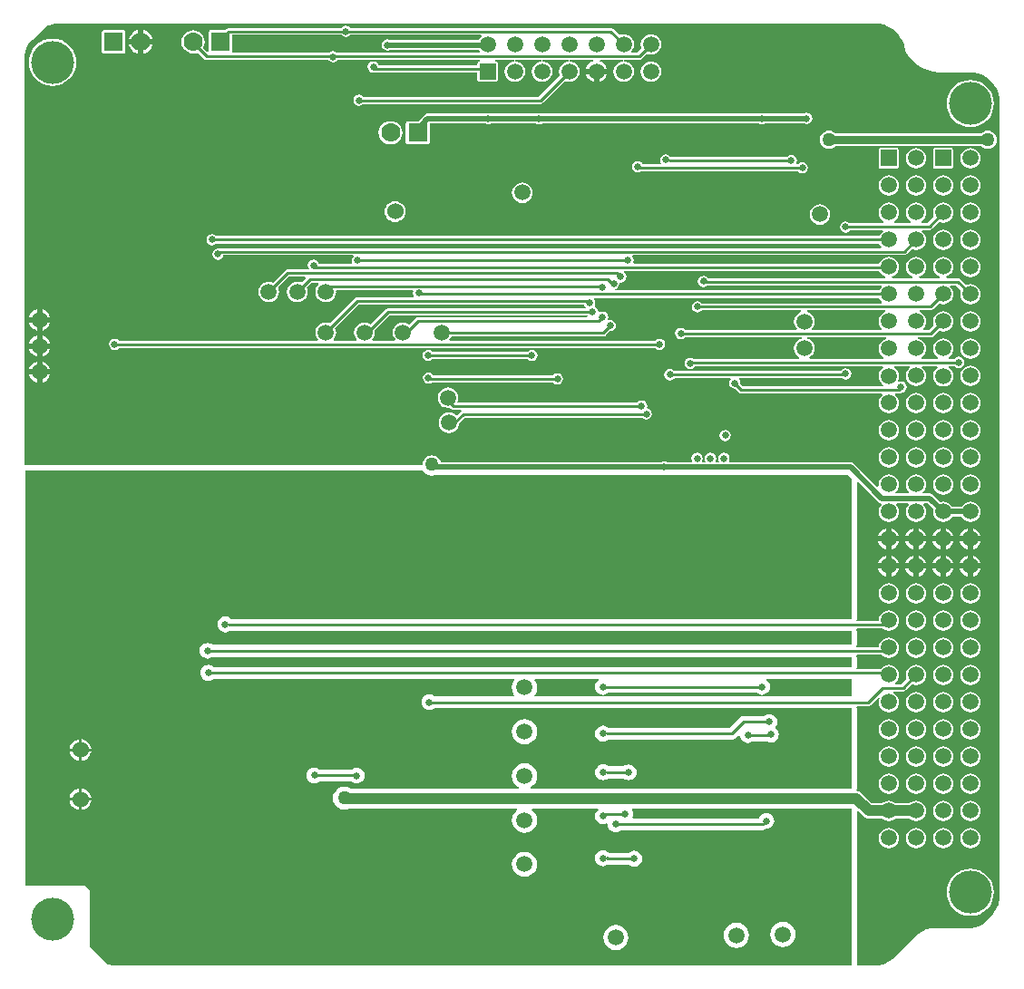
<source format=gbl>
%FSTAX23Y23*%
%MOIN*%
%SFA1B1*%

%IPPOS*%
%ADD34C,0.030000*%
%ADD35C,0.010000*%
%ADD36C,0.040000*%
%ADD37C,0.020000*%
%ADD39C,0.157480*%
%ADD40C,0.060000*%
%ADD41R,0.070000X0.070000*%
%ADD42C,0.070000*%
%ADD43C,0.059050*%
%ADD44R,0.059050X0.059050*%
%ADD45R,0.059050X0.059050*%
%ADD46C,0.030000*%
%ADD47C,0.025000*%
%ADD48C,0.050000*%
%LNpcb_ttc_rf4463f30-1*%
%LPD*%
G36*
X01492Y01838D02*
X01501Y01831D01*
X01511Y01827*
X01522Y01825*
X01532Y01827*
X01539Y01829*
X02364*
X02368Y01828*
X02375Y01827*
X02383Y01828*
X02387Y01829*
X03049*
X03066Y01813*
Y01299*
X00784*
X00783Y01299*
X00777Y01304*
X0077Y01307*
X00762Y01308*
X00755Y01307*
X00748Y01304*
X00742Y01299*
X00737Y01293*
X00734Y01286*
X00733Y01279*
X00734Y01271*
X00737Y01264*
X00742Y01258*
X00748Y01253*
X00755Y0125*
X00762Y01249*
X0077Y0125*
X00777Y01253*
X00779Y01255*
X03066*
Y01203*
X00717*
X00712Y01206*
X00705Y01209*
X00697Y0121*
X0069Y01209*
X00683Y01206*
X00676Y01202*
X00672Y01196*
X00669Y01189*
X00668Y01181*
X00669Y01173*
X00672Y01166*
X00676Y0116*
X00683Y01156*
X0069Y01153*
X00697Y01152*
X00705Y01153*
X00712Y01156*
X00716Y01159*
X03066*
Y01122*
X00719*
X00715Y01126*
X00708Y01129*
X007Y0113*
X00692Y01129*
X00685Y01126*
X00679Y01121*
X00675Y01115*
X00672Y01108*
X00671Y011*
X00672Y01093*
X00675Y01086*
X00679Y0108*
X00685Y01075*
X00692Y01072*
X007Y01071*
X00708Y01072*
X00715Y01075*
X00719Y01078*
X01823*
X01826Y01073*
X01822Y01069*
X01818Y01058*
X01816Y01046*
X01818Y01034*
X01822Y01022*
X01826Y01018*
X01823Y01014*
X01532*
X01527Y01017*
X0152Y0102*
X01512Y01021*
X01505Y0102*
X01497Y01017*
X01491Y01013*
X01487Y01007*
X01484Y01*
X01483Y00992*
X01484Y00984*
X01487Y00977*
X01491Y00971*
X01497Y00967*
X01505Y00964*
X01512Y00963*
X0152Y00964*
X01527Y00967*
X01531Y0097*
X03066*
Y00675*
X01885*
X01884Y0068*
X01886Y00681*
X01895Y00688*
X01903Y00698*
X01907Y00709*
X01909Y00721*
X01907Y00733*
X01903Y00744*
X01895Y00754*
X01886Y00761*
X01875Y00766*
X01862Y00767*
X0185Y00766*
X01839Y00761*
X0183Y00754*
X01822Y00744*
X01818Y00733*
X01816Y00721*
X01818Y00709*
X01822Y00698*
X0183Y00688*
X01839Y00681*
X01841Y0068*
X0184Y00675*
X01222*
X0122Y00676*
X0121Y0068*
X012Y00682*
X01189Y0068*
X01179Y00676*
X0117Y00669*
X01163Y00661*
X01159Y00651*
X01158Y0064*
X01159Y00629*
X01163Y00619*
X0117Y0061*
X01179Y00603*
X01189Y00599*
X012Y00598*
X0121Y00599*
X01215Y00601*
X01834*
X01836Y00596*
X0183Y00591*
X01822Y00582*
X01818Y0057*
X01816Y00558*
X01818Y00546*
X01822Y00535*
X0183Y00526*
X01839Y00518*
X0185Y00513*
X01862Y00512*
X01875Y00513*
X01886Y00518*
X01895Y00526*
X01903Y00535*
X01907Y00546*
X01909Y00558*
X01907Y0057*
X01903Y00582*
X01895Y00591*
X01889Y00596*
X01891Y00601*
X02131*
X02133Y00596*
X0213Y00594*
X02125Y00588*
X02122Y00581*
X02121Y00574*
X02122Y00566*
X02125Y00559*
X0213Y00553*
X02136Y00548*
X02143Y00545*
X02151Y00544*
X02158Y00545*
X02164Y00548*
X02168Y00545*
X02168Y00544*
X02168Y00543*
X02169Y00535*
X02172Y00528*
X02177Y00522*
X02183Y00517*
X0219Y00515*
X02198Y00514*
X02205Y00515*
X02212Y00517*
X02217Y00521*
X02738*
X02746Y00523*
X02752Y00526*
X02758Y00527*
X02765Y0053*
X02771Y00535*
X02776Y00541*
X02779Y00548*
X0278Y00555*
X02779Y00563*
X02776Y0057*
X02771Y00576*
X02765Y00581*
X02758Y00584*
X02751Y00585*
X02743Y00584*
X02736Y00581*
X0273Y00576*
X02725Y0057*
X02723Y00565*
X02262*
X02258Y0057*
X0226Y00573*
X02261Y00581*
X0226Y00589*
X02257Y00596*
X02256Y00597*
X02258Y00601*
X03066*
Y00024*
X00348*
X00347Y00024*
X00336Y00026*
X00332Y00027*
X00266Y00093*
Y00299*
X00249Y00316*
X00027*
Y01844*
X01487*
X01492Y01838*
G37*
G36*
X03066Y01014D02*
X01902D01*
X01899Y01018*
X01903Y01022*
X01907Y01034*
X01909Y01046*
X01907Y01058*
X01903Y01069*
X01899Y01073*
X01902Y01078*
X02135*
X02136Y01073*
X02136Y01073*
X0213Y01069*
X02125Y01063*
X02122Y01056*
X02121Y01048*
X02122Y0104*
X02125Y01033*
X0213Y01027*
X02136Y01023*
X02143Y0102*
X02151Y01019*
X02158Y0102*
X02165Y01023*
X0217Y01026*
X02716*
X0272Y01023*
X02727Y0102*
X02734Y01019*
X02742Y0102*
X02749Y01023*
X02755Y01028*
X0276Y01034*
X02763Y01041*
X02764Y01049*
X02763Y01056*
X0276Y01063*
X02755Y01069*
X0275Y01073*
X0275Y01077*
X02751Y01078*
X03066*
Y01014*
G37*
G36*
X03139Y03488D02*
X03139D01*
X03141*
X03144Y03488*
X03149Y03488*
X03164Y03487*
X03183Y03483*
X032Y03475*
X03216Y03466*
X03227Y03456*
X03233Y0345*
X03242Y03439*
X03252Y03423*
X03258Y0341*
Y0341*
X03258Y03404*
X0326Y03392*
X03265Y03381*
X03272Y03371*
X03276Y03366*
X03301Y03341*
X03308Y03334*
X03324Y03324*
X03343Y03316*
X03362Y03312*
X03369Y03312*
X03382Y03309*
X03386Y03308*
X03388Y03308*
X03391*
X03499*
X035Y03308*
X03514Y03307*
X03532Y03303*
X03548Y03296*
X03563Y03287*
X03576Y03276*
X03587Y03262*
X03597Y03247*
X03603Y03231*
X03607Y03214*
X03608Y03204*
Y03199*
X03608Y03197*
Y00317*
X03608Y00317*
Y00317*
Y00277*
Y00267*
X03605Y00253*
X03603Y00247*
X03596Y0023*
X03585Y00213*
X03578Y00206*
X03555Y00182*
X03538Y00172*
X0352Y00164*
X03501Y0016*
X03491*
X03368*
X03359Y0016*
X03339Y00156*
X03321Y00148*
X03305Y00137*
X03298Y00131*
X03221Y00054*
X03214Y00047*
X03198Y00036*
X0318Y00029*
X0316Y00025*
X03151*
X03083*
Y00591*
X03088Y00592*
X03107Y00573*
X03113Y00568*
X0312Y00565*
X03127Y00564*
X03176*
X03182Y0056*
X03191Y00556*
X03201Y00555*
X0321Y00556*
X0322Y0056*
X03226Y00564*
X03276*
X03282Y0056*
X03291Y00556*
X03301Y00555*
X0331Y00556*
X0332Y0056*
X03327Y00566*
X03333Y00574*
X03337Y00583*
X03339Y00593*
X03337Y00602*
X03333Y00611*
X03327Y00619*
X0332Y00625*
X0331Y00629*
X03301Y0063*
X03291Y00629*
X03282Y00625*
X03276Y00621*
X03226*
X0322Y00625*
X0321Y00629*
X03201Y0063*
X03191Y00629*
X03182Y00625*
X03176Y00621*
X03139*
X03102Y00658*
X03096Y00663*
X03089Y00665*
X03086Y00666*
X03085Y00666*
X03082Y00671*
X03083Y00675*
Y0097*
X03082Y00973*
X03086Y00978*
X03124*
X03129Y00979*
X03133Y00982*
X03163Y01012*
X03167Y01009*
X03164Y01002*
X03163Y00993*
X03164Y00983*
X03168Y00974*
X03174Y00966*
X03182Y0096*
X03191Y00956*
X03201Y00955*
X0321Y00956*
X0322Y0096*
X03227Y00966*
X03233Y00974*
X03237Y00983*
X03239Y00993*
X03237Y01002*
X03233Y01011*
X03227Y01019*
X0322Y01025*
X03216Y01027*
X03217Y01032*
X03253*
X03258Y01033*
X03263Y01036*
X03285Y01058*
X03291Y01056*
X03301Y01055*
X0331Y01056*
X0332Y0106*
X03327Y01066*
X03333Y01074*
X03337Y01083*
X03339Y01093*
X03337Y01102*
X03333Y01111*
X03327Y01119*
X0332Y01125*
X0331Y01129*
X03301Y0113*
X03291Y01129*
X03282Y01125*
X03274Y01119*
X03268Y01111*
X03264Y01102*
X03263Y01093*
X03264Y01083*
X03266Y01077*
X03248Y01058*
X03226*
X03224Y01063*
X03227Y01066*
X03233Y01074*
X03237Y01083*
X03239Y01093*
X03237Y01102*
X03233Y01111*
X03227Y01119*
X0322Y01125*
X0321Y01129*
X03201Y0113*
X03191Y01129*
X03182Y01125*
X03174Y01119*
X0317Y01114*
X03086*
X03082Y01119*
X03083Y01122*
Y01159*
X03082Y01162*
X03086Y01167*
X03173*
X03174Y01166*
X03182Y0116*
X03191Y01156*
X03201Y01155*
X0321Y01156*
X0322Y0116*
X03227Y01166*
X03233Y01174*
X03237Y01183*
X03239Y01193*
X03237Y01202*
X03233Y01211*
X03227Y01219*
X0322Y01225*
X0321Y01229*
X03201Y0123*
X03191Y01229*
X03182Y01225*
X03174Y01219*
X03168Y01211*
X03164Y01202*
X03163Y01194*
X03086*
X03082Y01199*
X03083Y01203*
Y01255*
X03082Y01259*
X03086Y01264*
X03177*
X03182Y0126*
X03191Y01256*
X03201Y01255*
X0321Y01256*
X0322Y0126*
X03227Y01266*
X03233Y01274*
X03237Y01283*
X03239Y01293*
X03237Y01302*
X03233Y01311*
X03227Y01319*
X0322Y01325*
X0321Y01329*
X03201Y0133*
X03191Y01329*
X03182Y01325*
X03174Y01319*
X03168Y01311*
X03164Y01302*
X03163Y01293*
X03161Y0129*
X03086*
X03082Y01295*
X03083Y01299*
Y01801*
X03088Y01803*
X03162Y01729*
X03168Y01725*
X03172Y01724*
X03173Y01722*
X03173Y01719*
X03168Y01711*
X03164Y01702*
X03163Y01693*
X03164Y01683*
X03168Y01674*
X03174Y01666*
X03182Y0166*
X03191Y01656*
X03201Y01655*
X0321Y01656*
X0322Y0166*
X03227Y01666*
X03233Y01674*
X03237Y01683*
X03239Y01693*
X03237Y01702*
X03233Y01711*
X03228Y01718*
X0323Y01723*
X03272*
X03273Y01718*
X03268Y01711*
X03264Y01702*
X03263Y01693*
X03264Y01683*
X03268Y01674*
X03274Y01666*
X03282Y0166*
X03291Y01656*
X03301Y01655*
X0331Y01656*
X0332Y0166*
X03327Y01666*
X03333Y01674*
X03337Y01683*
X03339Y01693*
X03337Y01702*
X03333Y01711*
X03328Y01718*
X0333Y01723*
X03344*
X03364Y01703*
X03364Y01702*
X03363Y01693*
X03364Y01683*
X03368Y01674*
X03374Y01666*
X03382Y0166*
X03391Y01656*
X03401Y01655*
X0341Y01656*
X0342Y0166*
X03427Y01666*
X03433Y01674*
X03434Y01674*
X03468*
X03468Y01674*
X03474Y01666*
X03482Y0166*
X03491Y01656*
X03501Y01655*
X0351Y01656*
X0352Y0166*
X03527Y01666*
X03533Y01674*
X03537Y01683*
X03539Y01693*
X03537Y01702*
X03533Y01711*
X03527Y01719*
X0352Y01725*
X0351Y01729*
X03501Y0173*
X03491Y01729*
X03482Y01725*
X03474Y01719*
X03468Y01711*
X03468Y01711*
X03434*
X03433Y01711*
X03427Y01719*
X0342Y01725*
X0341Y01729*
X03401Y0173*
X03391Y01729*
X0339Y01729*
X03365Y01755*
X03359Y01759*
X03352Y0176*
X03328*
X03326Y01765*
X03327Y01766*
X03333Y01774*
X03337Y01783*
X03339Y01793*
X03337Y01802*
X03333Y01811*
X03327Y01819*
X0332Y01825*
X0331Y01829*
X03301Y0183*
X03291Y01829*
X03282Y01825*
X03274Y01819*
X03268Y01811*
X03264Y01802*
X03263Y01793*
X03264Y01783*
X03268Y01774*
X03274Y01766*
X03275Y01765*
X03274Y0176*
X03228*
X03226Y01765*
X03227Y01766*
X03233Y01774*
X03237Y01783*
X03239Y01793*
X03237Y01802*
X03233Y01811*
X03227Y01819*
X0322Y01825*
X0321Y01829*
X03201Y0183*
X03191Y01829*
X03182Y01825*
X03174Y01819*
X03168Y01811*
X03164Y01802*
X03163Y01793*
X03164Y01786*
X03159Y01784*
X03074Y01869*
X03068Y01873*
X03061Y01875*
X02615*
X02613Y01879*
X02614Y01881*
X02616Y01889*
X02614Y01897*
X0261Y01904*
X02603Y01909*
X02595Y0191*
X02587Y01909*
X0258Y01904*
X02575Y01897*
X02574Y01889*
X02575Y01881*
X02577Y01879*
X02575Y01875*
X02566*
X02564Y01879*
X02565Y01881*
X02567Y01889*
X02565Y01897*
X02561Y01904*
X02554Y01909*
X02546Y0191*
X02538Y01909*
X02531Y01904*
X02526Y01897*
X02525Y01889*
X02526Y01881*
X02528Y01879*
X02526Y01875*
X02517*
X02515Y01879*
X02516Y01881*
X02518Y01889*
X02516Y01897*
X02512Y01904*
X02505Y01909*
X02497Y0191*
X02489Y01909*
X02482Y01904*
X02477Y01897*
X02476Y01889*
X02477Y01881*
X02479Y01879*
X02477Y01875*
X02385*
X02383Y01876*
X02375Y01877*
X02367Y01876*
X02366Y01875*
X01554*
X01554Y01876*
X0155Y01884*
X01545Y01891*
X01538Y01896*
X0153Y01899*
X01522Y01901*
X01513Y01899*
X01505Y01896*
X01498Y01891*
X01493Y01884*
X01489Y01876*
X01488Y01867*
X01486Y01864*
X00024*
Y03357*
Y03367*
X00027Y03386*
X00035Y03405*
X00046Y03421*
X00053Y03428*
X00087Y03462*
X00094Y03469*
X0011Y0348*
X00114Y03482*
X00136Y03487*
X00155Y03488*
X0016Y03488*
X03139*
G37*
%LNpcb_ttc_rf4463f30-2*%
%LPC*%
G36*
X00225Y0063D02*
X00191D01*
X00191Y00625*
X00195Y00615*
X00202Y00607*
X0021Y006*
X0022Y00596*
X00225Y00596*
Y0063*
G37*
G36*
X0027D02*
X00235D01*
Y00596*
X00241Y00596*
X0025Y006*
X00259Y00607*
X00265Y00615*
X00269Y00625*
X0027Y0063*
G37*
G36*
X00225Y00675D02*
X0022Y00674D01*
X0021Y0067*
X00202Y00664*
X00195Y00656*
X00191Y00646*
X00191Y0064*
X00225*
Y00675*
G37*
G36*
X00235D02*
Y0064D01*
X0027*
X00269Y00646*
X00265Y00656*
X00259Y00664*
X0025Y0067*
X00241Y00674*
X00235Y00675*
G37*
G36*
X02812Y00184D02*
X028Y00183D01*
X02788Y00178*
X02779Y00171*
X02771Y00161*
X02767Y0015*
X02765Y00138*
X02767Y00126*
X02771Y00114*
X02779Y00105*
X02788Y00097*
X028Y00093*
X02812Y00091*
X02824Y00093*
X02835Y00097*
X02845Y00105*
X02852Y00114*
X02857Y00126*
X02858Y00138*
X02857Y0015*
X02852Y00161*
X02845Y00171*
X02835Y00178*
X02824Y00183*
X02812Y00184*
G37*
G36*
X02198Y00173D02*
X02186Y00171D01*
X02174Y00167*
X02165Y00159*
X02157Y0015*
X02153Y00138*
X02151Y00126*
X02153Y00114*
X02157Y00103*
X02165Y00093*
X02174Y00086*
X02186Y00081*
X02198Y0008*
X0221Y00081*
X02221Y00086*
X0223Y00093*
X02238Y00103*
X02242Y00114*
X02244Y00126*
X02242Y00138*
X02238Y0015*
X0223Y00159*
X02221Y00167*
X0221Y00171*
X02198Y00173*
G37*
G36*
X02641Y00181D02*
X02629Y0018D01*
X02618Y00175*
X02608Y00168*
X02601Y00158*
X02596Y00147*
X02594Y00135*
X02596Y00123*
X02601Y00112*
X02608Y00102*
X02618Y00095*
X02629Y0009*
X02641Y00088*
X02653Y0009*
X02664Y00095*
X02674Y00102*
X02681Y00112*
X02686Y00123*
X02687Y00135*
X02686Y00147*
X02681Y00158*
X02674Y00168*
X02664Y00175*
X02653Y0018*
X02641Y00181*
G37*
G36*
X01862Y00442D02*
X0185Y00441D01*
X01839Y00436*
X0183Y00429*
X01822Y00419*
X01818Y00408*
X01816Y00396*
X01818Y00384*
X01822Y00373*
X0183Y00363*
X01839Y00356*
X0185Y00351*
X01862Y0035*
X01875Y00351*
X01886Y00356*
X01895Y00363*
X01903Y00373*
X01907Y00384*
X01909Y00396*
X01907Y00408*
X01903Y00419*
X01895Y00429*
X01886Y00436*
X01875Y00441*
X01862Y00442*
G37*
G36*
X02151Y00448D02*
X02143Y00447D01*
X02136Y00444*
X0213Y00439*
X02125Y00433*
X02122Y00426*
X02121Y00418*
X02122Y00411*
X02125Y00404*
X0213Y00398*
X02136Y00393*
X02143Y0039*
X02151Y00389*
X02158Y0039*
X02165Y00393*
X02168Y00395*
X02246*
X02251Y00391*
X02258Y00389*
X02265Y00388*
X02273Y00389*
X0228Y00391*
X02286Y00396*
X02291Y00402*
X02294Y00409*
X02295Y00417*
X02294Y00424*
X02291Y00431*
X02286Y00438*
X0228Y00442*
X02273Y00445*
X02265Y00446*
X02258Y00445*
X02251Y00442*
X02246Y00439*
X02175*
X02172Y00441*
X02168Y00441*
X02165Y00444*
X02158Y00447*
X02151Y00448*
G37*
G36*
X00235Y00856D02*
Y00821D01*
X0027*
X00269Y00827*
X00265Y00837*
X00259Y00845*
X0025Y00851*
X00241Y00855*
X00235Y00856*
G37*
G36*
X01862Y0093D02*
X0185Y00928D01*
X01839Y00923*
X0183Y00916*
X01822Y00906*
X01818Y00895*
X01816Y00883*
X01818Y00871*
X01822Y0086*
X0183Y0085*
X01839Y00843*
X0185Y00838*
X01862Y00837*
X01875Y00838*
X01886Y00843*
X01895Y0085*
X01903Y0086*
X01907Y00871*
X01909Y00883*
X01907Y00895*
X01903Y00906*
X01895Y00916*
X01886Y00923*
X01875Y00928*
X01862Y0093*
G37*
G36*
X02761Y00949D02*
X02754Y00948D01*
X02747Y00945*
X02742Y00942*
X02668*
X0266Y0094*
X02653Y00936*
X02616Y00898*
X0217*
X02165Y00902*
X02158Y00905*
X02151Y00906*
X02143Y00905*
X02136Y00902*
X0213Y00897*
X02125Y00891*
X02122Y00884*
X02121Y00876*
X02122Y00869*
X02125Y00862*
X0213Y00856*
X02136Y00851*
X02143Y00848*
X02151Y00847*
X02158Y00848*
X02165Y00851*
X0217Y00854*
X02625*
X02633Y00856*
X0264Y00861*
X02649Y0087*
X02654Y00868*
X02655Y00864*
X02658Y00857*
X02663Y0085*
X02669Y00846*
X02676Y00843*
X02683Y00842*
X02691Y00843*
X02698Y00846*
X02702Y00849*
X02752*
X02753Y00848*
X0276Y00845*
X02768Y00844*
X02776Y00845*
X02783Y00848*
X02789Y00853*
X02793Y00859*
X02796Y00866*
X02797Y00874*
X02796Y00881*
X02793Y00888*
X02789Y00894*
X02783Y00899*
X02785Y00903*
X02787Y00905*
X0279Y00912*
X02791Y0092*
X0279Y00928*
X02787Y00935*
X02782Y00941*
X02776Y00945*
X02769Y00948*
X02761Y00949*
G37*
G36*
X00225Y00856D02*
X0022Y00855D01*
X0021Y00851*
X00202Y00845*
X00195Y00837*
X00191Y00827*
X00191Y00821*
X00225*
Y00856*
G37*
G36*
X02151Y00764D02*
X02143Y00763D01*
X02136Y0076*
X0213Y00755*
X02125Y00749*
X02122Y00742*
X02121Y00735*
X02122Y00727*
X02125Y0072*
X0213Y00714*
X02136Y00709*
X02143Y00706*
X02151Y00705*
X02158Y00706*
X02165Y00709*
X02169Y00712*
X02225*
X0223Y00709*
X02237Y00706*
X02244Y00705*
X02252Y00706*
X02259Y00709*
X02265Y00713*
X0227Y0072*
X02273Y00727*
X02274Y00734*
X02273Y00742*
X0227Y00749*
X02265Y00755*
X02259Y0076*
X02252Y00762*
X02244Y00763*
X02237Y00762*
X0223Y0076*
X02225Y00756*
X0217*
X02165Y0076*
X02158Y00763*
X02151Y00764*
G37*
G36*
X0109Y00752D02*
X01082Y00751D01*
X01075Y00748*
X01069Y00744*
X01064Y00738*
X01061Y00731*
X0106Y00723*
X01061Y00716*
X01064Y00708*
X01069Y00702*
X01075Y00698*
X01082Y00695*
X0109Y00694*
X01097Y00695*
X01104Y00698*
X01109Y00701*
X01224*
X0123Y00697*
X01237Y00694*
X01244Y00693*
X01252Y00694*
X01259Y00697*
X01265Y00701*
X0127Y00707*
X01273Y00714*
X01274Y00722*
X01273Y0073*
X0127Y00737*
X01265Y00743*
X01259Y00747*
X01252Y0075*
X01244Y00751*
X01237Y0075*
X0123Y00747*
X01227Y00745*
X01109*
X01104Y00748*
X01097Y00751*
X0109Y00752*
G37*
G36*
X00225Y00811D02*
X00191D01*
X00191Y00806*
X00195Y00796*
X00202Y00788*
X0021Y00781*
X0022Y00777*
X00225Y00777*
Y00811*
G37*
G36*
X0027D02*
X00235D01*
Y00777*
X00241Y00777*
X0025Y00781*
X00259Y00788*
X00265Y00796*
X00269Y00806*
X0027Y00811*
G37*
G36*
X03501Y0143D02*
X03491Y01429D01*
X03482Y01425*
X03474Y01419*
X03468Y01411*
X03464Y01402*
X03463Y01393*
X03464Y01383*
X03468Y01374*
X03474Y01366*
X03482Y0136*
X03491Y01356*
X03501Y01355*
X0351Y01356*
X0352Y0136*
X03527Y01366*
X03533Y01374*
X03537Y01383*
X03539Y01393*
X03537Y01402*
X03533Y01411*
X03527Y01419*
X0352Y01425*
X0351Y01429*
X03501Y0143*
G37*
G36*
X03401D02*
X03391Y01429D01*
X03382Y01425*
X03374Y01419*
X03368Y01411*
X03364Y01402*
X03363Y01393*
X03364Y01383*
X03368Y01374*
X03374Y01366*
X03382Y0136*
X03391Y01356*
X03401Y01355*
X0341Y01356*
X0342Y0136*
X03427Y01366*
X03433Y01374*
X03437Y01383*
X03439Y01393*
X03437Y01402*
X03433Y01411*
X03427Y01419*
X0342Y01425*
X0341Y01429*
X03401Y0143*
G37*
G36*
X03301D02*
X03291Y01429D01*
X03282Y01425*
X03274Y01419*
X03268Y01411*
X03264Y01402*
X03263Y01393*
X03264Y01383*
X03268Y01374*
X03274Y01366*
X03282Y0136*
X03291Y01356*
X03301Y01355*
X0331Y01356*
X0332Y0136*
X03327Y01366*
X03333Y01374*
X03337Y01383*
X03339Y01393*
X03337Y01402*
X03333Y01411*
X03327Y01419*
X0332Y01425*
X0331Y01429*
X03301Y0143*
G37*
G36*
X03239Y01483D02*
X03211D01*
Y01454*
X03211Y01454*
X03221Y01458*
X03229Y01464*
X03235Y01473*
X03239Y01482*
X03239Y01483*
G37*
G36*
X03539D02*
X03511D01*
Y01454*
X03511Y01454*
X03521Y01458*
X03529Y01464*
X03535Y01473*
X03539Y01482*
X03539Y01483*
G37*
G36*
X03191D02*
X03162D01*
X03162Y01482*
X03166Y01473*
X03172Y01464*
X03181Y01458*
X0319Y01454*
X03191Y01454*
Y01483*
G37*
G36*
X03339D02*
X03311D01*
Y01454*
X03311Y01454*
X03321Y01458*
X03329Y01464*
X03335Y01473*
X03339Y01482*
X03339Y01483*
G37*
G36*
X03439D02*
X03411D01*
Y01454*
X03411Y01454*
X03421Y01458*
X03429Y01464*
X03435Y01473*
X03439Y01482*
X03439Y01483*
G37*
G36*
X03201Y0143D02*
X03191Y01429D01*
X03182Y01425*
X03174Y01419*
X03168Y01411*
X03164Y01402*
X03163Y01393*
X03164Y01383*
X03168Y01374*
X03174Y01366*
X03182Y0136*
X03191Y01356*
X03201Y01355*
X0321Y01356*
X0322Y0136*
X03227Y01366*
X03233Y01374*
X03237Y01383*
X03239Y01393*
X03237Y01402*
X03233Y01411*
X03227Y01419*
X0322Y01425*
X0321Y01429*
X03201Y0143*
G37*
G36*
X03301Y0123D02*
X03291Y01229D01*
X03282Y01225*
X03274Y01219*
X03268Y01211*
X03264Y01202*
X03263Y01193*
X03264Y01183*
X03268Y01174*
X03274Y01166*
X03282Y0116*
X03291Y01156*
X03301Y01155*
X0331Y01156*
X0332Y0116*
X03327Y01166*
X03333Y01174*
X03337Y01183*
X03339Y01193*
X03337Y01202*
X03333Y01211*
X03327Y01219*
X0332Y01225*
X0331Y01229*
X03301Y0123*
G37*
G36*
X03401D02*
X03391Y01229D01*
X03382Y01225*
X03374Y01219*
X03368Y01211*
X03364Y01202*
X03363Y01193*
X03364Y01183*
X03368Y01174*
X03374Y01166*
X03382Y0116*
X03391Y01156*
X03401Y01155*
X0341Y01156*
X0342Y0116*
X03427Y01166*
X03433Y01174*
X03437Y01183*
X03439Y01193*
X03437Y01202*
X03433Y01211*
X03427Y01219*
X0342Y01225*
X0341Y01229*
X03401Y0123*
G37*
G36*
Y0113D02*
X03391Y01129D01*
X03382Y01125*
X03374Y01119*
X03368Y01111*
X03364Y01102*
X03363Y01093*
X03364Y01083*
X03368Y01074*
X03374Y01066*
X03382Y0106*
X03391Y01056*
X03401Y01055*
X0341Y01056*
X0342Y0106*
X03427Y01066*
X03433Y01074*
X03437Y01083*
X03439Y01093*
X03437Y01102*
X03433Y01111*
X03427Y01119*
X0342Y01125*
X0341Y01129*
X03401Y0113*
G37*
G36*
X03501D02*
X03491Y01129D01*
X03482Y01125*
X03474Y01119*
X03468Y01111*
X03464Y01102*
X03463Y01093*
X03464Y01083*
X03468Y01074*
X03474Y01066*
X03482Y0106*
X03491Y01056*
X03501Y01055*
X0351Y01056*
X0352Y0106*
X03527Y01066*
X03533Y01074*
X03537Y01083*
X03539Y01093*
X03537Y01102*
X03533Y01111*
X03527Y01119*
X0352Y01125*
X0351Y01129*
X03501Y0113*
G37*
G36*
X03401Y0133D02*
X03391Y01329D01*
X03382Y01325*
X03374Y01319*
X03368Y01311*
X03364Y01302*
X03363Y01293*
X03364Y01283*
X03368Y01274*
X03374Y01266*
X03382Y0126*
X03391Y01256*
X03401Y01255*
X0341Y01256*
X0342Y0126*
X03427Y01266*
X03433Y01274*
X03437Y01283*
X03439Y01293*
X03437Y01302*
X03433Y01311*
X03427Y01319*
X0342Y01325*
X0341Y01329*
X03401Y0133*
G37*
G36*
X03501D02*
X03491Y01329D01*
X03482Y01325*
X03474Y01319*
X03468Y01311*
X03464Y01302*
X03463Y01293*
X03464Y01283*
X03468Y01274*
X03474Y01266*
X03482Y0126*
X03491Y01256*
X03501Y01255*
X0351Y01256*
X0352Y0126*
X03527Y01266*
X03533Y01274*
X03537Y01283*
X03539Y01293*
X03537Y01302*
X03533Y01311*
X03527Y01319*
X0352Y01325*
X0351Y01329*
X03501Y0133*
G37*
G36*
Y0123D02*
X03491Y01229D01*
X03482Y01225*
X03474Y01219*
X03468Y01211*
X03464Y01202*
X03463Y01193*
X03464Y01183*
X03468Y01174*
X03474Y01166*
X03482Y0116*
X03491Y01156*
X03501Y01155*
X0351Y01156*
X0352Y0116*
X03527Y01166*
X03533Y01174*
X03537Y01183*
X03539Y01193*
X03537Y01202*
X03533Y01211*
X03527Y01219*
X0352Y01225*
X0351Y01229*
X03501Y0123*
G37*
G36*
X03301Y0133D02*
X03291Y01329D01*
X03282Y01325*
X03274Y01319*
X03268Y01311*
X03264Y01302*
X03263Y01293*
X03264Y01283*
X03268Y01274*
X03274Y01266*
X03282Y0126*
X03291Y01256*
X03301Y01255*
X0331Y01256*
X0332Y0126*
X03327Y01266*
X03333Y01274*
X03337Y01283*
X03339Y01293*
X03337Y01302*
X03333Y01311*
X03327Y01319*
X0332Y01325*
X0331Y01329*
X03301Y0133*
G37*
G36*
X03339Y01583D02*
X03311D01*
Y01554*
X03311Y01554*
X03321Y01558*
X03329Y01564*
X03335Y01573*
X03339Y01582*
X03339Y01583*
G37*
G36*
X03439D02*
X03411D01*
Y01554*
X03411Y01554*
X03421Y01558*
X03429Y01564*
X03435Y01573*
X03439Y01582*
X03439Y01583*
G37*
G36*
X03511Y01531D02*
Y01503D01*
X03539*
X03539Y01503*
X03535Y01512*
X03529Y01521*
X03521Y01527*
X03511Y01531*
X03511Y01531*
G37*
G36*
X03239Y01583D02*
X03211D01*
Y01554*
X03211Y01554*
X03221Y01558*
X03229Y01564*
X03235Y01573*
X03239Y01582*
X03239Y01583*
G37*
G36*
X03539D02*
X03511D01*
Y01554*
X03511Y01554*
X03521Y01558*
X03529Y01564*
X03535Y01573*
X03539Y01582*
X03539Y01583*
G37*
G36*
X03391D02*
X03362D01*
X03362Y01582*
X03366Y01573*
X03372Y01564*
X03381Y01558*
X0339Y01554*
X03391Y01554*
Y01583*
G37*
G36*
X03491D02*
X03462D01*
X03462Y01582*
X03466Y01573*
X03472Y01564*
X03481Y01558*
X0349Y01554*
X03491Y01554*
Y01583*
G37*
G36*
X03191D02*
X03162D01*
X03162Y01582*
X03166Y01573*
X03172Y01564*
X03181Y01558*
X0319Y01554*
X03191Y01554*
Y01583*
G37*
G36*
X03291D02*
X03262D01*
X03262Y01582*
X03266Y01573*
X03272Y01564*
X03281Y01558*
X0329Y01554*
X03291Y01554*
Y01583*
G37*
G36*
X03411Y01531D02*
Y01503D01*
X03439*
X03439Y01503*
X03435Y01512*
X03429Y01521*
X03421Y01527*
X03411Y01531*
X03411Y01531*
G37*
G36*
X03491Y01483D02*
X03462D01*
X03462Y01482*
X03466Y01473*
X03472Y01464*
X03481Y01458*
X0349Y01454*
X03491Y01454*
Y01483*
G37*
G36*
X03191Y01531D02*
X0319Y01531D01*
X03181Y01527*
X03172Y01521*
X03166Y01512*
X03162Y01503*
X03162Y01503*
X03191*
Y01531*
G37*
G36*
X03291Y01483D02*
X03262D01*
X03262Y01482*
X03266Y01473*
X03272Y01464*
X03281Y01458*
X0329Y01454*
X03291Y01454*
Y01483*
G37*
G36*
X03391D02*
X03362D01*
X03362Y01482*
X03366Y01473*
X03372Y01464*
X03381Y01458*
X0339Y01454*
X03391Y01454*
Y01483*
G37*
G36*
X03291Y01531D02*
X0329Y01531D01*
X03281Y01527*
X03272Y01521*
X03266Y01512*
X03262Y01503*
X03262Y01503*
X03291*
Y01531*
G37*
G36*
X03211D02*
Y01503D01*
X03239*
X03239Y01503*
X03235Y01512*
X03229Y01521*
X03221Y01527*
X03211Y01531*
X03211Y01531*
G37*
G36*
X03311D02*
Y01503D01*
X03339*
X03339Y01503*
X03335Y01512*
X03329Y01521*
X03321Y01527*
X03311Y01531*
X03311Y01531*
G37*
G36*
X03391D02*
X0339Y01531D01*
X03381Y01527*
X03372Y01521*
X03366Y01512*
X03362Y01503*
X03362Y01503*
X03391*
Y01531*
G37*
G36*
X03491D02*
X0349Y01531D01*
X03481Y01527*
X03472Y01521*
X03466Y01512*
X03462Y01503*
X03462Y01503*
X03491*
Y01531*
G37*
G36*
X03501Y0103D02*
X03491Y01029D01*
X03482Y01025*
X03474Y01019*
X03468Y01011*
X03464Y01002*
X03463Y00993*
X03464Y00983*
X03468Y00974*
X03474Y00966*
X03482Y0096*
X03491Y00956*
X03501Y00955*
X0351Y00956*
X0352Y0096*
X03527Y00966*
X03533Y00974*
X03537Y00983*
X03539Y00993*
X03537Y01002*
X03533Y01011*
X03527Y01019*
X0352Y01025*
X0351Y01029*
X03501Y0103*
G37*
G36*
X03401Y0063D02*
X03391Y00629D01*
X03382Y00625*
X03374Y00619*
X03368Y00611*
X03364Y00602*
X03363Y00593*
X03364Y00583*
X03368Y00574*
X03374Y00566*
X03382Y0056*
X03391Y00556*
X03401Y00555*
X0341Y00556*
X0342Y0056*
X03427Y00566*
X03433Y00574*
X03437Y00583*
X03439Y00593*
X03437Y00602*
X03433Y00611*
X03427Y00619*
X0342Y00625*
X0341Y00629*
X03401Y0063*
G37*
G36*
X03501D02*
X03491Y00629D01*
X03482Y00625*
X03474Y00619*
X03468Y00611*
X03464Y00602*
X03463Y00593*
X03464Y00583*
X03468Y00574*
X03474Y00566*
X03482Y0056*
X03491Y00556*
X03501Y00555*
X0351Y00556*
X0352Y0056*
X03527Y00566*
X03533Y00574*
X03537Y00583*
X03539Y00593*
X03537Y00602*
X03533Y00611*
X03527Y00619*
X0352Y00625*
X0351Y00629*
X03501Y0063*
G37*
G36*
X03301Y0073D02*
X03291Y00729D01*
X03282Y00725*
X03274Y00719*
X03268Y00711*
X03264Y00702*
X03263Y00693*
X03264Y00683*
X03268Y00674*
X03274Y00666*
X03282Y0066*
X03291Y00656*
X03301Y00655*
X0331Y00656*
X0332Y0066*
X03327Y00666*
X03333Y00674*
X03337Y00683*
X03339Y00693*
X03337Y00702*
X03333Y00711*
X03327Y00719*
X0332Y00725*
X0331Y00729*
X03301Y0073*
G37*
G36*
X03401D02*
X03391Y00729D01*
X03382Y00725*
X03374Y00719*
X03368Y00711*
X03364Y00702*
X03363Y00693*
X03364Y00683*
X03368Y00674*
X03374Y00666*
X03382Y0066*
X03391Y00656*
X03401Y00655*
X0341Y00656*
X0342Y0066*
X03427Y00666*
X03433Y00674*
X03437Y00683*
X03439Y00693*
X03437Y00702*
X03433Y00711*
X03427Y00719*
X0342Y00725*
X0341Y00729*
X03401Y0073*
G37*
G36*
X03201D02*
X03191Y00729D01*
X03182Y00725*
X03174Y00719*
X03168Y00711*
X03164Y00702*
X03163Y00693*
X03164Y00683*
X03168Y00674*
X03174Y00666*
X03182Y0066*
X03191Y00656*
X03201Y00655*
X0321Y00656*
X0322Y0066*
X03227Y00666*
X03233Y00674*
X03237Y00683*
X03239Y00693*
X03237Y00702*
X03233Y00711*
X03227Y00719*
X0322Y00725*
X0321Y00729*
X03201Y0073*
G37*
G36*
X03501Y0053D02*
X03491Y00529D01*
X03482Y00525*
X03474Y00519*
X03468Y00511*
X03464Y00502*
X03463Y00493*
X03464Y00483*
X03468Y00474*
X03474Y00466*
X03482Y0046*
X03491Y00456*
X03501Y00455*
X0351Y00456*
X0352Y0046*
X03527Y00466*
X03533Y00474*
X03537Y00483*
X03539Y00493*
X03537Y00502*
X03533Y00511*
X03527Y00519*
X0352Y00525*
X0351Y00529*
X03501Y0053*
G37*
G36*
X03501Y0038D02*
X03484Y00378D01*
X03467Y00373*
X03452Y00365*
X03439Y00355*
X03428Y00341*
X0342Y00326*
X03415Y0031*
X03414Y00293*
X03415Y00276*
X0342Y0026*
X03428Y00245*
X03439Y00231*
X03452Y0022*
X03467Y00212*
X03484Y00207*
X03501Y00206*
X03518Y00207*
X03534Y00212*
X03549Y0022*
X03562Y00231*
X03573Y00245*
X03581Y0026*
X03586Y00276*
X03588Y00293*
X03586Y0031*
X03581Y00326*
X03573Y00341*
X03562Y00355*
X03549Y00365*
X03534Y00373*
X03518Y00378*
X03501Y0038*
G37*
G36*
X03301Y0053D02*
X03291Y00529D01*
X03282Y00525*
X03274Y00519*
X03268Y00511*
X03264Y00502*
X03263Y00493*
X03264Y00483*
X03268Y00474*
X03274Y00466*
X03282Y0046*
X03291Y00456*
X03301Y00455*
X0331Y00456*
X0332Y0046*
X03327Y00466*
X03333Y00474*
X03337Y00483*
X03339Y00493*
X03337Y00502*
X03333Y00511*
X03327Y00519*
X0332Y00525*
X0331Y00529*
X03301Y0053*
G37*
G36*
X03401D02*
X03391Y00529D01*
X03382Y00525*
X03374Y00519*
X03368Y00511*
X03364Y00502*
X03363Y00493*
X03364Y00483*
X03368Y00474*
X03374Y00466*
X03382Y0046*
X03391Y00456*
X03401Y00455*
X0341Y00456*
X0342Y0046*
X03427Y00466*
X03433Y00474*
X03437Y00483*
X03439Y00493*
X03437Y00502*
X03433Y00511*
X03427Y00519*
X0342Y00525*
X0341Y00529*
X03401Y0053*
G37*
G36*
X03201D02*
X03191Y00529D01*
X03182Y00525*
X03174Y00519*
X03168Y00511*
X03164Y00502*
X03163Y00493*
X03164Y00483*
X03168Y00474*
X03174Y00466*
X03182Y0046*
X03191Y00456*
X03201Y00455*
X0321Y00456*
X0322Y0046*
X03227Y00466*
X03233Y00474*
X03237Y00483*
X03239Y00493*
X03237Y00502*
X03233Y00511*
X03227Y00519*
X0322Y00525*
X0321Y00529*
X03201Y0053*
G37*
G36*
Y0093D02*
X03191Y00929D01*
X03182Y00925*
X03174Y00919*
X03168Y00911*
X03164Y00902*
X03163Y00893*
X03164Y00883*
X03168Y00874*
X03174Y00866*
X03182Y0086*
X03191Y00856*
X03201Y00855*
X0321Y00856*
X0322Y0086*
X03227Y00866*
X03233Y00874*
X03237Y00883*
X03239Y00893*
X03237Y00902*
X03233Y00911*
X03227Y00919*
X0322Y00925*
X0321Y00929*
X03201Y0093*
G37*
G36*
X03301D02*
X03291Y00929D01*
X03282Y00925*
X03274Y00919*
X03268Y00911*
X03264Y00902*
X03263Y00893*
X03264Y00883*
X03268Y00874*
X03274Y00866*
X03282Y0086*
X03291Y00856*
X03301Y00855*
X0331Y00856*
X0332Y0086*
X03327Y00866*
X03333Y00874*
X03337Y00883*
X03339Y00893*
X03337Y00902*
X03333Y00911*
X03327Y00919*
X0332Y00925*
X0331Y00929*
X03301Y0093*
G37*
G36*
X03401D02*
X03391Y00929D01*
X03382Y00925*
X03374Y00919*
X03368Y00911*
X03364Y00902*
X03363Y00893*
X03364Y00883*
X03368Y00874*
X03374Y00866*
X03382Y0086*
X03391Y00856*
X03401Y00855*
X0341Y00856*
X0342Y0086*
X03427Y00866*
X03433Y00874*
X03437Y00883*
X03439Y00893*
X03437Y00902*
X03433Y00911*
X03427Y00919*
X0342Y00925*
X0341Y00929*
X03401Y0093*
G37*
G36*
X03301Y0103D02*
X03291Y01029D01*
X03282Y01025*
X03274Y01019*
X03268Y01011*
X03264Y01002*
X03263Y00993*
X03264Y00983*
X03268Y00974*
X03274Y00966*
X03282Y0096*
X03291Y00956*
X03301Y00955*
X0331Y00956*
X0332Y0096*
X03327Y00966*
X03333Y00974*
X03337Y00983*
X03339Y00993*
X03337Y01002*
X03333Y01011*
X03327Y01019*
X0332Y01025*
X0331Y01029*
X03301Y0103*
G37*
G36*
X03401D02*
X03391Y01029D01*
X03382Y01025*
X03374Y01019*
X03368Y01011*
X03364Y01002*
X03363Y00993*
X03364Y00983*
X03368Y00974*
X03374Y00966*
X03382Y0096*
X03391Y00956*
X03401Y00955*
X0341Y00956*
X0342Y0096*
X03427Y00966*
X03433Y00974*
X03437Y00983*
X03439Y00993*
X03437Y01002*
X03433Y01011*
X03427Y01019*
X0342Y01025*
X0341Y01029*
X03401Y0103*
G37*
G36*
X03501Y0093D02*
X03491Y00929D01*
X03482Y00925*
X03474Y00919*
X03468Y00911*
X03464Y00902*
X03463Y00893*
X03464Y00883*
X03468Y00874*
X03474Y00866*
X03482Y0086*
X03491Y00856*
X03501Y00855*
X0351Y00856*
X0352Y0086*
X03527Y00866*
X03533Y00874*
X03537Y00883*
X03539Y00893*
X03537Y00902*
X03533Y00911*
X03527Y00919*
X0352Y00925*
X0351Y00929*
X03501Y0093*
G37*
G36*
X03201Y0083D02*
X03191Y00829D01*
X03182Y00825*
X03174Y00819*
X03168Y00811*
X03164Y00802*
X03163Y00793*
X03164Y00783*
X03168Y00774*
X03174Y00766*
X03182Y0076*
X03191Y00756*
X03201Y00755*
X0321Y00756*
X0322Y0076*
X03227Y00766*
X03233Y00774*
X03237Y00783*
X03239Y00793*
X03237Y00802*
X03233Y00811*
X03227Y00819*
X0322Y00825*
X0321Y00829*
X03201Y0083*
G37*
G36*
X03501Y0073D02*
X03491Y00729D01*
X03482Y00725*
X03474Y00719*
X03468Y00711*
X03464Y00702*
X03463Y00693*
X03464Y00683*
X03468Y00674*
X03474Y00666*
X03482Y0066*
X03491Y00656*
X03501Y00655*
X0351Y00656*
X0352Y0066*
X03527Y00666*
X03533Y00674*
X03537Y00683*
X03539Y00693*
X03537Y00702*
X03533Y00711*
X03527Y00719*
X0352Y00725*
X0351Y00729*
X03501Y0073*
G37*
G36*
X03301Y0083D02*
X03291Y00829D01*
X03282Y00825*
X03274Y00819*
X03268Y00811*
X03264Y00802*
X03263Y00793*
X03264Y00783*
X03268Y00774*
X03274Y00766*
X03282Y0076*
X03291Y00756*
X03301Y00755*
X0331Y00756*
X0332Y0076*
X03327Y00766*
X03333Y00774*
X03337Y00783*
X03339Y00793*
X03337Y00802*
X03333Y00811*
X03327Y00819*
X0332Y00825*
X0331Y00829*
X03301Y0083*
G37*
G36*
X03401D02*
X03391Y00829D01*
X03382Y00825*
X03374Y00819*
X03368Y00811*
X03364Y00802*
X03363Y00793*
X03364Y00783*
X03368Y00774*
X03374Y00766*
X03382Y0076*
X03391Y00756*
X03401Y00755*
X0341Y00756*
X0342Y0076*
X03427Y00766*
X03433Y00774*
X03437Y00783*
X03439Y00793*
X03437Y00802*
X03433Y00811*
X03427Y00819*
X0342Y00825*
X0341Y00829*
X03401Y0083*
G37*
G36*
X03501D02*
X03491Y00829D01*
X03482Y00825*
X03474Y00819*
X03468Y00811*
X03464Y00802*
X03463Y00793*
X03464Y00783*
X03468Y00774*
X03474Y00766*
X03482Y0076*
X03491Y00756*
X03501Y00755*
X0351Y00756*
X0352Y0076*
X03527Y00766*
X03533Y00774*
X03537Y00783*
X03539Y00793*
X03537Y00802*
X03533Y00811*
X03527Y00819*
X0352Y00825*
X0351Y00829*
X03501Y0083*
G37*
G36*
X01387Y02835D02*
X01377Y02833D01*
X01367Y02829*
X01359Y02823*
X01353Y02815*
X01349Y02806*
X01348Y02796*
X01349Y02786*
X01353Y02777*
X01359Y02769*
X01367Y02763*
X01377Y02759*
X01387Y02758*
X01396Y02759*
X01406Y02763*
X01414Y02769*
X0142Y02777*
X01424Y02786*
X01425Y02796*
X01424Y02806*
X0142Y02815*
X01414Y02823*
X01406Y02829*
X01396Y02833*
X01387Y02835*
G37*
G36*
X01854Y02903D02*
X01844Y02902D01*
X01835Y02898*
X01827Y02892*
X01821Y02885*
X01818Y02875*
X01816Y02866*
X01818Y02856*
X01821Y02847*
X01827Y02839*
X01835Y02833*
X01844Y02829*
X01854Y02828*
X01864Y02829*
X01873Y02833*
X01881Y02839*
X01887Y02847*
X01891Y02856*
X01892Y02866*
X01891Y02875*
X01887Y02885*
X01881Y02892*
X01873Y02898*
X01864Y02902*
X01854Y02903*
G37*
G36*
X03501Y0283D02*
X03491Y02829D01*
X03482Y02825*
X03474Y02819*
X03468Y02811*
X03464Y02802*
X03463Y02793*
X03464Y02783*
X03468Y02774*
X03474Y02766*
X03482Y0276*
X03491Y02756*
X03501Y02755*
X0351Y02756*
X0352Y0276*
X03527Y02766*
X03533Y02774*
X03537Y02783*
X03539Y02793*
X03537Y02802*
X03533Y02811*
X03527Y02819*
X0352Y02825*
X0351Y02829*
X03501Y0283*
G37*
G36*
X03401D02*
X03391Y02829D01*
X03382Y02825*
X03374Y02819*
X03368Y02811*
X03364Y02802*
X03363Y02793*
X03364Y02783*
X03366Y02777*
X03345Y02755*
X03322*
X0332Y02758*
X0332Y0276*
X03327Y02766*
X03333Y02774*
X03337Y02783*
X03339Y02793*
X03337Y02802*
X03333Y02811*
X03327Y02819*
X0332Y02825*
X0331Y02829*
X03301Y0283*
X03291Y02829*
X03282Y02825*
X03274Y02819*
X03268Y02811*
X03264Y02802*
X03263Y02793*
X03264Y02783*
X03268Y02774*
X03274Y02766*
X03281Y0276*
X03281Y02758*
X0328Y02755*
X03222*
X0322Y02758*
X0322Y0276*
X03227Y02766*
X03233Y02774*
X03237Y02783*
X03239Y02793*
X03237Y02802*
X03233Y02811*
X03227Y02819*
X0322Y02825*
X0321Y02829*
X03201Y0283*
X03191Y02829*
X03182Y02825*
X03174Y02819*
X03168Y02811*
X03164Y02802*
X03163Y02793*
X03164Y02783*
X03168Y02774*
X03174Y02766*
X03181Y0276*
X03181Y02758*
X0318Y02755*
X03056*
X0305Y02759*
X03042Y02761*
X03034Y02759*
X03027Y02755*
X03023Y02748*
X03021Y0274*
X03023Y02732*
X03027Y02725*
X03034Y02721*
X03042Y02719*
X0305Y02721*
X03057Y02725*
X03059Y02729*
X03178*
X0318Y02724*
X03174Y02719*
X03168Y02711*
X03166Y02706*
X00729*
X00728Y02707*
X00722Y02712*
X00714Y02713*
X00706Y02712*
X00699Y02707*
X00694Y02701*
X00693Y02693*
X00694Y02685*
X00699Y02678*
X00706Y02673*
X00714Y02672*
X00722Y02673*
X00728Y02678*
X00729Y02679*
X03166*
X03168Y02674*
X03173Y02667*
X03171Y02662*
X00745*
X0074Y02661*
X00739Y0266*
X00736Y02661*
X00728Y02659*
X00721Y02655*
X00717Y02648*
X00715Y0264*
X00717Y02632*
X00721Y02625*
X00728Y02621*
X00736Y02619*
X00744Y02621*
X00751Y02625*
X00755Y02632*
X00756Y02636*
X01231*
X01233Y02631*
X01229Y02625*
X01227Y02617*
X01229Y0261*
X01227Y02605*
X01107*
X01106Y02607*
X01102Y02613*
X01095Y02618*
X01087Y0262*
X01079Y02618*
X01072Y02613*
X01068Y02607*
X01066Y02599*
X01068Y02591*
X0107Y02588*
X01067Y02583*
X00991*
X00986Y02582*
X00981Y02579*
X00938Y02535*
X00932Y02538*
X00922Y02539*
X00913Y02538*
X00903Y02534*
X00896Y02528*
X0089Y0252*
X00886Y02511*
X00884Y02501*
X00886Y02491*
X0089Y02482*
X00896Y02474*
X00903Y02468*
X00913Y02465*
X00922Y02463*
X00932Y02465*
X00941Y02468*
X00949Y02474*
X00955Y02482*
X00959Y02491*
X0096Y02501*
X00959Y02511*
X00957Y02517*
X00996Y02556*
X01056*
X01059Y02551*
X01043Y02535*
X01037Y02538*
X01027Y02539*
X01017Y02538*
X01008Y02534*
X01Y02528*
X00994Y0252*
X00991Y02511*
X00989Y02501*
X00991Y02491*
X00994Y02482*
X01Y02474*
X01008Y02468*
X01017Y02465*
X01027Y02463*
X01037Y02465*
X01046Y02468*
X01054Y02474*
X0106Y02482*
X01064Y02491*
X01065Y02501*
X01064Y02511*
X01061Y02517*
X01078Y02533*
X01105*
X01106Y02529*
X01105Y02528*
X01099Y0252*
X01095Y02511*
X01094Y02501*
X01095Y02491*
X01099Y02482*
X01105Y02474*
X01113Y02468*
X01122Y02465*
X01132Y02463*
X01142Y02465*
X01151Y02468*
X01159Y02474*
X01165Y02482*
X01168Y02491*
X0117Y02501*
X01169Y02505*
X01172Y02509*
X01451*
X01453Y02504*
X01452Y02497*
X01453Y02489*
X01455Y02486*
X01453Y02481*
X01248*
X01243Y0248*
X01238Y02477*
X01147Y02386*
X01142Y02388*
X01132Y02389*
X01122Y02388*
X01113Y02384*
X01105Y02378*
X01099Y0237*
X01095Y02361*
X01094Y02351*
X01095Y02342*
X01099Y02333*
X01104Y02326*
X01101Y02321*
X00372*
X00371Y02323*
X00364Y02327*
X00356Y02329*
X00348Y02327*
X00341Y02323*
X00337Y02316*
X00335Y02308*
X00337Y023*
X00341Y02293*
X00348Y02289*
X00356Y02287*
X00364Y02289*
X00371Y02293*
X00372Y02295*
X02342*
X02343Y02293*
X0235Y02289*
X02358Y02287*
X02366Y02289*
X02373Y02293*
X02377Y023*
X02379Y02308*
X02377Y02316*
X02373Y02323*
X02366Y02327*
X02358Y02329*
X0235Y02327*
X02343Y02323*
X02342Y02321*
X01588*
X01586Y02326*
X01591Y02333*
X01593Y02338*
X02151*
X02157Y02339*
X02161Y02342*
X02176Y02357*
X02177Y02357*
X02185Y02358*
X02192Y02363*
X02197Y02369*
X02198Y02377*
X02197Y02385*
X02192Y02392*
X02185Y02397*
X02177Y02398*
X02172Y02397*
X02171Y02399*
X02169Y02402*
X0217Y02409*
X02168Y02417*
X02164Y02423*
X02157Y02428*
X02149Y02429*
X02141Y02428*
X02138Y02426*
X02136Y02426*
X02133Y02428*
X02131Y02435*
X02127Y02442*
X02122Y02445*
X0212Y02451*
X02121Y02452*
X02122Y0246*
X02121Y02468*
X02117Y02474*
X02118Y02479*
X03166*
X03168Y02474*
X03174Y02466*
X03176Y02464*
X03174Y02459*
X02513*
X02512Y02461*
X02506Y02465*
X02498Y02467*
X0249Y02465*
X02483Y02461*
X02478Y02454*
X02477Y02446*
X02478Y02438*
X02483Y02431*
X0249Y02427*
X02498Y02425*
X02506Y02427*
X02512Y02431*
X02513Y02433*
X02878*
X02879Y02428*
X02871Y02424*
X02863Y02418*
X02857Y02411*
X02853Y02401*
X02852Y02392*
X02853Y02382*
X02857Y02373*
X02863Y02366*
X02861Y02361*
X02453*
X02451Y02363*
X02445Y02367*
X02437Y02369*
X02429Y02367*
X02422Y02363*
X02417Y02356*
X02416Y02348*
X02417Y0234*
X02422Y02333*
X02429Y02329*
X02437Y02327*
X02445Y02329*
X02451Y02333*
X02452Y02334*
X0288*
X0288Y02329*
X02871Y02326*
X02863Y0232*
X02857Y02312*
X02853Y02303*
X02852Y02293*
X02853Y02283*
X02857Y02274*
X02863Y02266*
X02871Y0226*
X02871Y0226*
X0287Y02255*
X02483*
X02479Y02258*
X02471Y02259*
X02463Y02258*
X02456Y02253*
X02455Y02251*
X02454Y02251*
X02451Y02247*
X0245Y02242*
X0245Y02241*
X0245Y02238*
X02451Y0223*
X02456Y02224*
X02463Y02219*
X02471Y02218*
X02479Y02219*
X02486Y02224*
X02489Y02228*
X03179*
X0318Y02223*
X03174Y02218*
X03168Y0221*
X03164Y02201*
X03163Y02192*
X03164Y02182*
X03168Y02173*
X03174Y02165*
X03182Y02159*
X03182Y02159*
X03181Y02154*
X02665*
X02655Y02163*
X02656Y02165*
X02654Y02173*
X0265Y0218*
X0265Y0218*
X02651Y02185*
X03028*
X03034Y02181*
X03042Y02179*
X0305Y02181*
X03057Y02185*
X03061Y02192*
X03063Y022*
X03061Y02208*
X03057Y02215*
X0305Y02219*
X03042Y02221*
X03034Y02219*
X03027Y02215*
X03025Y02211*
X02411*
X02405Y02216*
X02397Y02217*
X02389Y02216*
X02382Y02211*
X02377Y02204*
X02376Y02196*
X02377Y02188*
X02382Y02182*
X02389Y02177*
X02397Y02175*
X02405Y02177*
X02412Y02182*
X02414Y02185*
X02619*
X0262Y0218*
X0262Y0218*
X02616Y02173*
X02614Y02165*
X02616Y02157*
X0262Y0215*
X02627Y02146*
X02635Y02144*
X02637Y02144*
X0265Y02131*
X02654Y02128*
X02659Y02127*
X03176*
X03178Y02122*
X03174Y02119*
X03168Y02111*
X03164Y02102*
X03163Y02093*
X03164Y02083*
X03168Y02074*
X03174Y02066*
X03182Y0206*
X03191Y02056*
X03201Y02055*
X0321Y02056*
X0322Y0206*
X03227Y02066*
X03233Y02074*
X03237Y02083*
X03239Y02093*
X03237Y02102*
X03233Y02111*
X03227Y02119*
X03224Y02122*
X03225Y02127*
X03239*
X03244Y02128*
X03249Y02131*
X03254Y02132*
X03261Y02137*
X03266Y02143*
X03267Y02151*
X03266Y02159*
X03261Y02166*
X03254Y02171*
X03246Y02172*
X03238Y02171*
X03238Y0217*
X03234Y02174*
X03237Y02182*
X03239Y02192*
X03237Y02201*
X03233Y0221*
X03227Y02218*
X03221Y02223*
X03222Y02228*
X03278*
X03279Y02223*
X03274Y02219*
X03268Y02211*
X03264Y02202*
X03263Y02193*
X03264Y02183*
X03268Y02174*
X03274Y02166*
X03282Y0216*
X03291Y02156*
X03301Y02155*
X0331Y02156*
X0332Y0216*
X03327Y02166*
X03333Y02174*
X03337Y02183*
X03339Y02193*
X03337Y02202*
X03333Y02211*
X03327Y02219*
X03322Y02223*
X03324Y02228*
X03379*
X0338Y02223*
X03374Y02218*
X03368Y0221*
X03364Y02201*
X03363Y02192*
X03364Y02182*
X03368Y02173*
X03374Y02165*
X03382Y02159*
X03391Y02155*
X03401Y02154*
X0341Y02155*
X0342Y02159*
X03427Y02165*
X03433Y02173*
X03437Y02182*
X03439Y02192*
X03437Y02201*
X03433Y0221*
X03427Y02218*
X03421Y02223*
X03422Y02228*
X03442*
X03443Y02227*
X03449Y02222*
X03457Y02221*
X03465Y02222*
X03472Y02227*
X03477Y02234*
X03478Y02242*
X03477Y0225*
X03472Y02256*
X03465Y02261*
X03457Y02263*
X03449Y02261*
X03443Y02256*
X03442Y02255*
X03421*
X0342Y02259*
X0342Y0226*
X03427Y02266*
X03433Y02274*
X03437Y02283*
X03439Y02293*
X03437Y02302*
X03433Y02311*
X03427Y02319*
X0342Y02325*
X0341Y02329*
X03401Y0233*
X03391Y02329*
X03382Y02325*
X03374Y02319*
X03368Y02311*
X03364Y02302*
X03363Y02293*
X03364Y02283*
X03368Y02274*
X03374Y02266*
X03382Y0226*
X03382Y02259*
X0338Y02255*
X03321*
X0332Y02259*
X0332Y0226*
X03327Y02266*
X03333Y02274*
X03337Y02283*
X03339Y02293*
X03337Y02302*
X03333Y02311*
X03327Y02319*
X0332Y02325*
X0331Y02329*
X03309Y02329*
X03309Y02334*
X03356*
X03361Y02335*
X03365Y02338*
X03385Y02358*
X03391Y02356*
X03401Y02355*
X0341Y02356*
X0342Y0236*
X03427Y02366*
X03433Y02374*
X03437Y02383*
X03439Y02393*
X03437Y02402*
X03433Y02411*
X03427Y02419*
X0342Y02425*
X0341Y02429*
X03401Y0243*
X03391Y02429*
X03382Y02425*
X03374Y02419*
X03368Y02411*
X03364Y02402*
X03363Y02393*
X03364Y02383*
X03366Y02377*
X0335Y02361*
X03329*
X03327Y02366*
X03327Y02366*
X03333Y02374*
X03337Y02383*
X03339Y02393*
X03337Y02402*
X03333Y02411*
X03327Y02419*
X0332Y02425*
X03314Y02428*
X03315Y02433*
X03354*
X03359Y02434*
X03363Y02437*
X03385Y02458*
X03391Y02456*
X034Y02455*
X0341Y02456*
X03419Y0246*
X03427Y02466*
X03433Y02474*
X03437Y02483*
X03438Y02493*
X03437Y02502*
X03433Y02511*
X03427Y02519*
X03426Y0252*
X03427Y02525*
X03449*
X03466Y02508*
X03464Y02502*
X03463Y02493*
X03464Y02483*
X03468Y02474*
X03474Y02466*
X03482Y0246*
X03491Y02456*
X03501Y02455*
X0351Y02456*
X0352Y0246*
X03527Y02466*
X03533Y02474*
X03537Y02483*
X03539Y02493*
X03537Y02502*
X03533Y02511*
X03527Y02519*
X0352Y02525*
X0351Y02529*
X03501Y0253*
X03491Y02529*
X03485Y02527*
X03464Y02548*
X0346Y02551*
X03455Y02552*
X03413*
X03412Y02557*
X03419Y0256*
X03427Y02566*
X03433Y02574*
X03437Y02583*
X03438Y02593*
X03437Y02602*
X03433Y02611*
X03427Y02619*
X03419Y02625*
X0341Y02629*
X034Y0263*
X03391Y02629*
X03382Y02625*
X03374Y02619*
X03368Y02611*
X03364Y02602*
X03363Y02593*
X03364Y02583*
X03368Y02574*
X03374Y02566*
X03382Y0256*
X03389Y02557*
X03388Y02552*
X03313*
X03312Y02557*
X0332Y0256*
X03327Y02566*
X03333Y02574*
X03337Y02583*
X03339Y02593*
X03337Y02602*
X03333Y02611*
X03327Y02619*
X0332Y02625*
X0331Y02629*
X03301Y0263*
X03291Y02629*
X03282Y02625*
X03274Y02619*
X03268Y02611*
X03264Y02602*
X03263Y02593*
X03264Y02583*
X03268Y02574*
X03274Y02566*
X03282Y0256*
X03289Y02557*
X03288Y02552*
X03213*
X03212Y02557*
X0322Y0256*
X03227Y02566*
X03233Y02574*
X03237Y02583*
X03239Y02593*
X03237Y02602*
X03233Y02611*
X03227Y02619*
X0322Y02625*
X0321Y02629*
X03201Y0263*
X03191Y02629*
X03182Y02625*
X03174Y02619*
X03168Y02611*
X03165Y02605*
X02264*
X02262Y0261*
X02263Y02617*
X02262Y02625*
X02258Y02631*
X0226Y02636*
X03257*
X03262Y02637*
X03267Y0264*
X03285Y02658*
X03291Y02656*
X03301Y02655*
X0331Y02656*
X0332Y0266*
X03327Y02666*
X03333Y02674*
X03337Y02683*
X03339Y02693*
X03337Y02702*
X03333Y02711*
X03327Y02719*
X03322Y02724*
X03323Y02729*
X0335*
X03355Y0273*
X0336Y02733*
X03385Y02758*
X03391Y02756*
X03401Y02755*
X0341Y02756*
X0342Y0276*
X03427Y02766*
X03433Y02774*
X03437Y02783*
X03439Y02793*
X03437Y02802*
X03433Y02811*
X03427Y02819*
X0342Y02825*
X0341Y02829*
X03401Y0283*
G37*
G36*
X03201Y0293D02*
X03191Y02929D01*
X03182Y02925*
X03174Y02919*
X03168Y02911*
X03164Y02902*
X03163Y02893*
X03164Y02883*
X03168Y02874*
X03174Y02866*
X03182Y0286*
X03191Y02856*
X03201Y02855*
X0321Y02856*
X0322Y0286*
X03227Y02866*
X03233Y02874*
X03237Y02883*
X03239Y02893*
X03237Y02902*
X03233Y02911*
X03227Y02919*
X0322Y02925*
X0321Y02929*
X03201Y0293*
G37*
G36*
X03501D02*
X03491Y02929D01*
X03482Y02925*
X03474Y02919*
X03468Y02911*
X03464Y02902*
X03463Y02893*
X03464Y02883*
X03468Y02874*
X03474Y02866*
X03482Y0286*
X03491Y02856*
X03501Y02855*
X0351Y02856*
X0352Y0286*
X03527Y02866*
X03533Y02874*
X03537Y02883*
X03539Y02893*
X03537Y02902*
X03533Y02911*
X03527Y02919*
X0352Y02925*
X0351Y02929*
X03501Y0293*
G37*
G36*
X03301Y0303D02*
X03291Y03029D01*
X03282Y03025*
X03274Y03019*
X03268Y03011*
X03264Y03002*
X03263Y02993*
X03264Y02983*
X03268Y02974*
X03274Y02966*
X03282Y0296*
X03291Y02956*
X03301Y02955*
X0331Y02956*
X0332Y0296*
X03327Y02966*
X03333Y02974*
X03337Y02983*
X03339Y02993*
X03337Y03002*
X03333Y03011*
X03327Y03019*
X0332Y03025*
X0331Y03029*
X03301Y0303*
G37*
G36*
Y0293D02*
X03291Y02929D01*
X03282Y02925*
X03274Y02919*
X03268Y02911*
X03264Y02902*
X03263Y02893*
X03264Y02883*
X03268Y02874*
X03274Y02866*
X03282Y0286*
X03291Y02856*
X03301Y02855*
X0331Y02856*
X0332Y0286*
X03327Y02866*
X03333Y02874*
X03337Y02883*
X03339Y02893*
X03337Y02902*
X03333Y02911*
X03327Y02919*
X0332Y02925*
X0331Y02929*
X03301Y0293*
G37*
G36*
X03401D02*
X03391Y02929D01*
X03382Y02925*
X03374Y02919*
X03368Y02911*
X03364Y02902*
X03363Y02893*
X03364Y02883*
X03368Y02874*
X03374Y02866*
X03382Y0286*
X03391Y02856*
X03401Y02855*
X0341Y02856*
X0342Y0286*
X03427Y02866*
X03433Y02874*
X03437Y02883*
X03439Y02893*
X03437Y02902*
X03433Y02911*
X03427Y02919*
X0342Y02925*
X0341Y02929*
X03401Y0293*
G37*
G36*
X00119Y02388D02*
X0009D01*
Y02359*
X00091Y02359*
X001Y02363*
X00109Y02369*
X00115Y02378*
X00119Y02387*
X00119Y02388*
G37*
G36*
X0007Y02437D02*
X0007Y02437D01*
X0006Y02433*
X00052Y02426*
X00045Y02418*
X00041Y02408*
X00041Y02408*
X0007*
Y02437*
G37*
G36*
X03501Y0243D02*
X03491Y02429D01*
X03482Y02425*
X03474Y02419*
X03468Y02411*
X03464Y02402*
X03463Y02393*
X03464Y02383*
X03468Y02374*
X03474Y02366*
X03482Y0236*
X03491Y02356*
X03501Y02355*
X0351Y02356*
X0352Y0236*
X03527Y02366*
X03533Y02374*
X03537Y02383*
X03539Y02393*
X03537Y02402*
X03533Y02411*
X03527Y02419*
X0352Y02425*
X0351Y02429*
X03501Y0243*
G37*
G36*
X0007Y02388D02*
X00041D01*
X00041Y02387*
X00045Y02378*
X00052Y02369*
X0006Y02363*
X0007Y02359*
X0007Y02359*
Y02388*
G37*
G36*
X0009Y02437D02*
Y02408D01*
X00119*
X00119Y02408*
X00115Y02418*
X00109Y02426*
X001Y02433*
X00091Y02437*
X0009Y02437*
G37*
G36*
X03501Y0273D02*
X03491Y02729D01*
X03482Y02725*
X03474Y02719*
X03468Y02711*
X03464Y02702*
X03463Y02693*
X03464Y02683*
X03468Y02674*
X03474Y02666*
X03482Y0266*
X03491Y02656*
X03501Y02655*
X0351Y02656*
X0352Y0266*
X03527Y02666*
X03533Y02674*
X03537Y02683*
X03539Y02693*
X03537Y02702*
X03533Y02711*
X03527Y02719*
X0352Y02725*
X0351Y02729*
X03501Y0273*
G37*
G36*
X02948Y02824D02*
X02938Y02822D01*
X02929Y02819*
X02921Y02812*
X02915Y02805*
X02911Y02796*
X0291Y02786*
X02911Y02776*
X02915Y02767*
X02921Y02759*
X02929Y02753*
X02938Y02749*
X02948Y02748*
X02958Y02749*
X02967Y02753*
X02975Y02759*
X02981Y02767*
X02984Y02776*
X02986Y02786*
X02984Y02796*
X02981Y02805*
X02975Y02812*
X02967Y02819*
X02958Y02822*
X02948Y02824*
G37*
G36*
X03501Y0263D02*
X03491Y02629D01*
X03482Y02625*
X03474Y02619*
X03468Y02611*
X03464Y02602*
X03463Y02593*
X03464Y02583*
X03468Y02574*
X03474Y02566*
X03482Y0256*
X03491Y02556*
X03501Y02555*
X0351Y02556*
X0352Y0256*
X03527Y02566*
X03533Y02574*
X03537Y02583*
X03539Y02593*
X03537Y02602*
X03533Y02611*
X03527Y02619*
X0352Y02625*
X0351Y02629*
X03501Y0263*
G37*
G36*
X03401Y0273D02*
X03391Y02729D01*
X03382Y02725*
X03374Y02719*
X03368Y02711*
X03364Y02702*
X03363Y02693*
X03364Y02683*
X03368Y02674*
X03374Y02666*
X03382Y0266*
X03391Y02656*
X03401Y02655*
X0341Y02656*
X0342Y0266*
X03427Y02666*
X03433Y02674*
X03437Y02683*
X03439Y02693*
X03437Y02702*
X03433Y02711*
X03427Y02719*
X0342Y02725*
X0341Y02729*
X03401Y0273*
G37*
G36*
X02327Y03349D02*
X02317Y03348D01*
X02308Y03344*
X023Y03338*
X02294Y0333*
X0229Y03321*
X02289Y03311*
X0229Y03302*
X02294Y03292*
X023Y03285*
X02308Y03279*
X02317Y03275*
X02327Y03273*
X02336Y03275*
X02346Y03279*
X02353Y03285*
X02359Y03292*
X02363Y03302*
X02365Y03311*
X02363Y03321*
X02359Y0333*
X02353Y03338*
X02346Y03344*
X02336Y03348*
X02327Y03349*
G37*
G36*
X00442Y0341D02*
X00408D01*
X00408Y03409*
X00413Y03398*
X0042Y03388*
X00429Y03381*
X0044Y03377*
X00442Y03376*
Y0341*
G37*
G36*
X02117Y03301D02*
X02088D01*
X02088Y03301*
X02092Y03291*
X02098Y03283*
X02107Y03277*
X02116Y03273*
X02117Y03273*
Y03301*
G37*
G36*
X02165D02*
X02137D01*
Y03273*
X02137Y03273*
X02147Y03277*
X02155Y03283*
X02161Y03291*
X02165Y03301*
X02165Y03301*
G37*
G36*
X00496Y0341D02*
X00462D01*
Y03376*
X00464Y03377*
X00475Y03381*
X00484Y03388*
X00491Y03398*
X00496Y03409*
X00496Y0341*
G37*
G36*
X00442Y03464D02*
X0044Y03464D01*
X00429Y0346*
X0042Y03452*
X00413Y03443*
X00408Y03432*
X00408Y0343*
X00442*
Y03464*
G37*
G36*
X00462D02*
Y0343D01*
X00496*
X00496Y03432*
X00491Y03443*
X00484Y03452*
X00475Y0346*
X00464Y03464*
X00462Y03464*
G37*
G36*
X00387Y03464D02*
X00317D01*
X00314Y03463*
X00311Y03461*
X00309Y03458*
X00309Y03455*
Y03385*
X00309Y03382*
X00311Y0338*
X00314Y03378*
X00317Y03377*
X00387*
X0039Y03378*
X00393Y0338*
X00394Y03382*
X00395Y03385*
Y03455*
X00394Y03458*
X00393Y03461*
X0039Y03463*
X00387Y03464*
G37*
G36*
X01205Y0348D02*
X01197Y03479D01*
X01191Y03474*
X01189Y03472*
X00776*
X00771Y03471*
X00767Y03468*
X00762Y03464*
X00709*
X00706Y03463*
X00704Y03461*
X00702Y03458*
X00701Y03455*
Y03386*
X00699Y03385*
X00696Y03384*
X00682Y03399*
X00682Y03399*
X00686Y03409*
X00688Y0342*
X00686Y03432*
X00682Y03442*
X00675Y03451*
X00666Y03458*
X00656Y03462*
X00644Y03464*
X00633Y03462*
X00623Y03458*
X00614Y03451*
X00607Y03442*
X00602Y03432*
X00601Y0342*
X00602Y03409*
X00607Y03399*
X00614Y0339*
X00623Y03383*
X00633Y03378*
X00644Y03377*
X00656Y03378*
X00662Y03381*
X00685Y03358*
X00689Y03355*
X00694Y03354*
X01141*
X01144Y0335*
X01151Y03346*
X01159Y03344*
X01167Y03346*
X01173Y0335*
X01176Y03354*
X01697*
X01697Y03349*
X01694Y03348*
X01691Y03347*
X0169Y03344*
X01689Y03341*
Y03335*
X01327*
X01326Y03336*
X01322Y03343*
X01315Y03347*
X01307Y03349*
X01299Y03347*
X01292Y03343*
X01288Y03336*
X01286Y03328*
X01288Y0332*
X01292Y03313*
X01299Y03309*
X01307Y03307*
X01314Y03308*
X01689*
Y03282*
X0169Y03279*
X01691Y03276*
X01694Y03274*
X01697Y03274*
X01756*
X01759Y03274*
X01762Y03276*
X01764Y03279*
X01764Y03282*
Y03341*
X01764Y03344*
X01762Y03347*
X01759Y03348*
X01756Y03349*
X01756Y03354*
X01825*
X01825Y03349*
X01823Y03349*
X01817Y03348*
X01808Y03344*
X018Y03338*
X01794Y0333*
X0179Y03321*
X01789Y03311*
X0179Y03302*
X01794Y03292*
X018Y03285*
X01808Y03279*
X01817Y03275*
X01827Y03273*
X01836Y03275*
X01846Y03279*
X01853Y03285*
X01859Y03292*
X01863Y03302*
X01865Y03311*
X01863Y03321*
X01859Y0333*
X01853Y03338*
X01846Y03344*
X01836Y03348*
X0183Y03349*
X01828Y03349*
X01829Y03354*
X01925*
X01925Y03349*
X01923Y03349*
X01917Y03348*
X01908Y03344*
X019Y03338*
X01894Y0333*
X0189Y03321*
X01889Y03311*
X0189Y03302*
X01894Y03292*
X019Y03285*
X01908Y03279*
X01917Y03275*
X01927Y03273*
X01936Y03275*
X01946Y03279*
X01953Y03285*
X01959Y03292*
X01963Y03302*
X01965Y03311*
X01963Y03321*
X01959Y0333*
X01953Y03338*
X01946Y03344*
X01936Y03348*
X0193Y03349*
X01928Y03349*
X01929Y03354*
X02025*
X02025Y03349*
X02023Y03349*
X02017Y03348*
X02008Y03344*
X02Y03338*
X01994Y0333*
X0199Y03321*
X01989Y03311*
X0199Y03302*
X01992Y03296*
X01915Y03219*
X0127*
X01269Y0322*
X01262Y03225*
X01254Y03226*
X01246Y03225*
X01239Y0322*
X01235Y03213*
X01233Y03205*
X01235Y03197*
X01239Y03191*
X01246Y03186*
X01254Y03185*
X01262Y03186*
X01269Y03191*
X0127Y03192*
X01921*
X01926Y03193*
X0193Y03196*
X02011Y03277*
X02017Y03275*
X02027Y03273*
X02036Y03275*
X02046Y03279*
X02053Y03285*
X02059Y03292*
X02063Y03302*
X02065Y03311*
X02063Y03321*
X02059Y0333*
X02053Y03338*
X02046Y03344*
X02036Y03348*
X0203Y03349*
X02028Y03349*
X02029Y03354*
X02113*
X02114Y03349*
X02107Y03346*
X02098Y0334*
X02092Y03331*
X02088Y03322*
X02088Y03321*
X02165*
X02165Y03322*
X02161Y03331*
X02155Y0334*
X02147Y03346*
X02139Y03349*
X0214Y03354*
X02225*
X02225Y03349*
X02223Y03349*
X02217Y03348*
X02208Y03344*
X022Y03338*
X02194Y0333*
X0219Y03321*
X02189Y03311*
X0219Y03302*
X02194Y03292*
X022Y03285*
X02208Y03279*
X02217Y03275*
X02227Y03273*
X02236Y03275*
X02246Y03279*
X02253Y03285*
X02259Y03292*
X02263Y03302*
X02265Y03311*
X02263Y03321*
X02259Y0333*
X02253Y03338*
X02246Y03344*
X02236Y03348*
X0223Y03349*
X02228Y03349*
X02229Y03354*
X02283*
X02288Y03355*
X02292Y03358*
X02311Y03377*
X02317Y03375*
X02327Y03373*
X02336Y03375*
X02346Y03379*
X02353Y03385*
X02359Y03392*
X02363Y03402*
X02365Y03411*
X02363Y03421*
X02359Y0343*
X02353Y03438*
X02346Y03444*
X02336Y03448*
X02327Y03449*
X02317Y03448*
X02308Y03444*
X023Y03438*
X02294Y0343*
X0229Y03421*
X02289Y03411*
X0229Y03402*
X02292Y03396*
X02277Y0338*
X02256*
X02254Y03385*
X02259Y03392*
X02263Y03402*
X02265Y03411*
X02263Y03421*
X02259Y0343*
X02253Y03438*
X02246Y03444*
X02236Y03448*
X02227Y03449*
X02217Y03448*
X02211Y03446*
X02188Y03468*
X02184Y03471*
X02179Y03472*
X01221*
X0122Y03474*
X01213Y03479*
X01205Y0348*
G37*
G36*
X0343Y0303D02*
X03371D01*
X03368Y0303*
X03365Y03028*
X03363Y03025*
X03363Y03022*
Y02963*
X03363Y0296*
X03365Y02957*
X03368Y02955*
X03371Y02955*
X0343*
X03433Y02955*
X03436Y02957*
X03438Y0296*
X03438Y02963*
Y03022*
X03438Y03025*
X03436Y03028*
X03433Y0303*
X0343Y0303*
G37*
G36*
X02381Y03007D02*
X02373Y03005D01*
X02367Y03001*
X02362Y02994*
X0236Y02986*
X02362Y02978*
X02364Y02975*
X02361Y0297*
X02296*
X02293Y02976*
X02286Y0298*
X02278Y02982*
X0227Y0298*
X02263Y02976*
X02259Y02969*
X02257Y02961*
X02259Y02953*
X02263Y02946*
X0227Y02942*
X02278Y0294*
X02286Y02942*
X02289Y02944*
X02867*
X02868Y02942*
X02875Y02938*
X02883Y02936*
X02891Y02938*
X02898Y02942*
X02902Y02949*
X02904Y02957*
X02902Y02965*
X02898Y02972*
X02891Y02976*
X02883Y02978*
X02875Y02976*
X02868Y02972*
X02867Y0297*
X02862*
X0286Y02975*
X02861Y02977*
X02863Y02985*
X02861Y02993*
X02856Y02999*
X0285Y03004*
X02842Y03005*
X02834Y03004*
X02827Y02999*
X02826Y02998*
X02398*
X02396Y03001*
X02389Y03005*
X02381Y03007*
G37*
G36*
X03501Y0303D02*
X03491Y03029D01*
X03482Y03025*
X03474Y03019*
X03468Y03011*
X03464Y03002*
X03463Y02993*
X03464Y02983*
X03468Y02974*
X03474Y02966*
X03482Y0296*
X03491Y02956*
X03501Y02955*
X0351Y02956*
X0352Y0296*
X03527Y02966*
X03533Y02974*
X03537Y02983*
X03539Y02993*
X03537Y03002*
X03533Y03011*
X03527Y03019*
X0352Y03025*
X0351Y03029*
X03501Y0303*
G37*
G36*
X0323Y0303D02*
X03171D01*
X03168Y0303*
X03165Y03028*
X03164Y03025*
X03163Y03022*
Y02963*
X03164Y0296*
X03165Y02957*
X03168Y02955*
X03171Y02955*
X0323*
X03233Y02955*
X03236Y02957*
X03238Y0296*
X03238Y02963*
Y03022*
X03238Y03025*
X03236Y03028*
X03233Y0303*
X0323Y0303*
G37*
G36*
X0137Y03129D02*
X01358Y03128D01*
X01348Y03124*
X01339Y03117*
X01332Y03108*
X01328Y03097*
X01326Y03086*
X01328Y03075*
X01332Y03064*
X01339Y03055*
X01348Y03049*
X01358Y03044*
X0137Y03043*
X01381Y03044*
X01391Y03049*
X014Y03055*
X01407Y03064*
X01411Y03075*
X01413Y03086*
X01411Y03097*
X01407Y03108*
X014Y03117*
X01391Y03124*
X01381Y03128*
X0137Y03129*
G37*
G36*
X02899Y0316D02*
X02891Y03159D01*
X02888Y03156*
X02744*
X02742Y03157*
X02734Y03159*
X02726Y03157*
X02725Y03156*
X01921*
X01916Y03157*
X01911Y03156*
X01739*
X01737Y03158*
X01729Y03159*
X01721Y03158*
X01719Y03156*
X01506*
X01499Y03155*
X01493Y03151*
X01471Y03129*
X01435*
X01431Y03129*
X01429Y03127*
X01427Y03124*
X01426Y03121*
Y03051*
X01427Y03048*
X01429Y03045*
X01431Y03044*
X01435Y03043*
X01505*
X01508Y03044*
X0151Y03045*
X01512Y03048*
X01513Y03051*
Y03119*
X01514Y0312*
X0172*
X01721Y03119*
X01729Y03118*
X01737Y03119*
X01737Y0312*
X01904*
X01908Y03117*
X01916Y03116*
X01924Y03117*
X01927Y0312*
X02725*
X02726Y03119*
X02734Y03117*
X02742Y03119*
X02744Y0312*
X02892*
X02899Y03118*
X02907Y0312*
X02914Y03124*
X02918Y03131*
X0292Y03139*
X02918Y03147*
X02914Y03154*
X02907Y03159*
X02899Y0316*
G37*
G36*
X00128Y03432D02*
X00111Y03431D01*
X00094Y03426*
X00079Y03418*
X00066Y03407*
X00055Y03394*
X00047Y03378*
X00042Y03362*
X00041Y03345*
X00042Y03328*
X00047Y03312*
X00055Y03297*
X00066Y03283*
X00079Y03273*
X00094Y03265*
X00111Y0326*
X00128Y03258*
X00145Y0326*
X00161Y03265*
X00176Y03273*
X00189Y03283*
X002Y03297*
X00208Y03312*
X00213Y03328*
X00215Y03345*
X00213Y03362*
X00208Y03378*
X002Y03394*
X00189Y03407*
X00176Y03418*
X00161Y03426*
X00145Y03431*
X00128Y03432*
G37*
G36*
X03565Y03094D02*
X03557Y03093D01*
X03549Y03089*
X03542Y03084*
X03542Y03084*
X03004*
X03004Y03084*
X02997Y03089*
X02989Y03093*
X02981Y03094*
X02972Y03093*
X02964Y03089*
X02957Y03084*
X02952Y03077*
X02948Y03069*
X02947Y03061*
X02948Y03052*
X02952Y03044*
X02957Y03037*
X02964Y03032*
X02972Y03028*
X02981Y03027*
X02989Y03028*
X02997Y03032*
X03004Y03037*
X03004Y03037*
X03542*
X03542Y03037*
X03549Y03032*
X03557Y03028*
X03565Y03027*
X03574Y03028*
X03582Y03032*
X03589Y03037*
X03594Y03044*
X03597Y03052*
X03599Y03061*
X03597Y03069*
X03594Y03077*
X03589Y03084*
X03582Y03089*
X03574Y03093*
X03565Y03094*
G37*
G36*
X035Y03281D02*
X03483Y03279D01*
X03467Y03274*
X03452Y03266*
X03439Y03255*
X03428Y03242*
X0342Y03227*
X03415Y03211*
X03413Y03194*
X03415Y03177*
X0342Y0316*
X03428Y03145*
X03439Y03132*
X03452Y03121*
X03467Y03113*
X03483Y03108*
X035Y03107*
X03517Y03108*
X03534Y03113*
X03549Y03121*
X03562Y03132*
X03573Y03145*
X03581Y0316*
X03586Y03177*
X03588Y03194*
X03586Y03211*
X03581Y03227*
X03573Y03242*
X03562Y03255*
X03549Y03266*
X03534Y03274*
X03517Y03279*
X035Y03281*
G37*
G36*
X03501Y0193D02*
X03491Y01929D01*
X03482Y01925*
X03474Y01919*
X03468Y01911*
X03464Y01902*
X03463Y01893*
X03464Y01883*
X03468Y01874*
X03474Y01866*
X03482Y0186*
X03491Y01856*
X03501Y01855*
X0351Y01856*
X0352Y0186*
X03527Y01866*
X03533Y01874*
X03537Y01883*
X03539Y01893*
X03537Y01902*
X03533Y01911*
X03527Y01919*
X0352Y01925*
X0351Y01929*
X03501Y0193*
G37*
G36*
X026Y01994D02*
X02592Y01992D01*
X02585Y01988*
X02581Y01981*
X02579Y01973*
X02581Y01965*
X02585Y01958*
X02592Y01954*
X026Y01952*
X02608Y01954*
X02615Y01958*
X02619Y01965*
X02621Y01973*
X02619Y01981*
X02615Y01988*
X02608Y01992*
X026Y01994*
G37*
G36*
X03401Y0193D02*
X03391Y01929D01*
X03382Y01925*
X03374Y01919*
X03368Y01911*
X03364Y01902*
X03363Y01893*
X03364Y01883*
X03368Y01874*
X03374Y01866*
X03382Y0186*
X03391Y01856*
X03401Y01855*
X0341Y01856*
X0342Y0186*
X03427Y01866*
X03433Y01874*
X03437Y01883*
X03439Y01893*
X03437Y01902*
X03433Y01911*
X03427Y01919*
X0342Y01925*
X0341Y01929*
X03401Y0193*
G37*
G36*
X03201D02*
X03191Y01929D01*
X03182Y01925*
X03174Y01919*
X03168Y01911*
X03164Y01902*
X03163Y01893*
X03164Y01883*
X03168Y01874*
X03174Y01866*
X03182Y0186*
X03191Y01856*
X03201Y01855*
X0321Y01856*
X0322Y0186*
X03227Y01866*
X03233Y01874*
X03237Y01883*
X03239Y01893*
X03237Y01902*
X03233Y01911*
X03227Y01919*
X0322Y01925*
X0321Y01929*
X03201Y0193*
G37*
G36*
X03301D02*
X03291Y01929D01*
X03282Y01925*
X03274Y01919*
X03268Y01911*
X03264Y01902*
X03263Y01893*
X03264Y01883*
X03268Y01874*
X03274Y01866*
X03282Y0186*
X03291Y01856*
X03301Y01855*
X0331Y01856*
X0332Y0186*
X03327Y01866*
X03333Y01874*
X03337Y01883*
X03339Y01893*
X03337Y01902*
X03333Y01911*
X03327Y01919*
X0332Y01925*
X0331Y01929*
X03301Y0193*
G37*
G36*
X03501Y0203D02*
X03491Y02029D01*
X03482Y02025*
X03474Y02019*
X03468Y02011*
X03464Y02002*
X03463Y01993*
X03464Y01983*
X03468Y01974*
X03474Y01966*
X03482Y0196*
X03491Y01956*
X03501Y01955*
X0351Y01956*
X0352Y0196*
X03527Y01966*
X03533Y01974*
X03537Y01983*
X03539Y01993*
X03537Y02002*
X03533Y02011*
X03527Y02019*
X0352Y02025*
X0351Y02029*
X03501Y0203*
G37*
G36*
X01581Y0215D02*
X01572Y02149D01*
X01562Y02145*
X01555Y02139*
X01549Y02131*
X01545Y02122*
X01544Y02112*
X01545Y02102*
X01549Y02093*
X01555Y02085*
X01562Y02079*
X01572Y02076*
X01581Y02074*
X01589Y02075*
X01592Y02072*
X01597Y02069*
X01602Y02068*
X01629*
X01631Y02063*
X01629Y02062*
X01614Y02047*
X01611Y02047*
X01603Y02053*
X01594Y02057*
X01585Y02058*
X01575Y02057*
X01566Y02053*
X01558Y02047*
X01552Y02039*
X01548Y0203*
X01547Y0202*
X01548Y0201*
X01552Y02001*
X01558Y01993*
X01566Y01987*
X01575Y01983*
X01585Y01982*
X01594Y01983*
X01603Y01987*
X01611Y01993*
X01617Y02001*
X01621Y0201*
X01622Y02017*
X01644Y02039*
X02294*
X02295Y02037*
X02302Y02033*
X0231Y02031*
X02318Y02033*
X02325Y02037*
X02329Y02044*
X02331Y02052*
X02329Y0206*
X02325Y02067*
X02318Y02072*
X02316Y02072*
X02312Y02078*
X02313Y02081*
X02311Y02089*
X02307Y02096*
X023Y021*
X02292Y02102*
X02284Y021*
X02277Y02096*
X02276Y02094*
X01619*
X01616Y02098*
X01618Y02102*
X01619Y02112*
X01618Y02122*
X01614Y02131*
X01608Y02139*
X016Y02145*
X01591Y02149*
X01581Y0215*
G37*
G36*
X03401Y0203D02*
X03391Y02029D01*
X03382Y02025*
X03374Y02019*
X03368Y02011*
X03364Y02002*
X03363Y01993*
X03364Y01983*
X03368Y01974*
X03374Y01966*
X03382Y0196*
X03391Y01956*
X03401Y01955*
X0341Y01956*
X0342Y0196*
X03427Y01966*
X03433Y01974*
X03437Y01983*
X03439Y01993*
X03437Y02002*
X03433Y02011*
X03427Y02019*
X0342Y02025*
X0341Y02029*
X03401Y0203*
G37*
G36*
X03201D02*
X03191Y02029D01*
X03182Y02025*
X03174Y02019*
X03168Y02011*
X03164Y02002*
X03163Y01993*
X03164Y01983*
X03168Y01974*
X03174Y01966*
X03182Y0196*
X03191Y01956*
X03201Y01955*
X0321Y01956*
X0322Y0196*
X03227Y01966*
X03233Y01974*
X03237Y01983*
X03239Y01993*
X03237Y02002*
X03233Y02011*
X03227Y02019*
X0322Y02025*
X0321Y02029*
X03201Y0203*
G37*
G36*
X03301D02*
X03291Y02029D01*
X03282Y02025*
X03274Y02019*
X03268Y02011*
X03264Y02002*
X03263Y01993*
X03264Y01983*
X03268Y01974*
X03274Y01966*
X03282Y0196*
X03291Y01956*
X03301Y01955*
X0331Y01956*
X0332Y0196*
X03327Y01966*
X03333Y01974*
X03337Y01983*
X03339Y01993*
X03337Y02002*
X03333Y02011*
X03327Y02019*
X0332Y02025*
X0331Y02029*
X03301Y0203*
G37*
G36*
X03491Y01631D02*
X0349Y01631D01*
X03481Y01627*
X03472Y01621*
X03466Y01612*
X03462Y01603*
X03462Y01603*
X03491*
Y01631*
G37*
G36*
X03211D02*
Y01603D01*
X03239*
X03239Y01603*
X03235Y01612*
X03229Y01621*
X03221Y01627*
X03211Y01631*
X03211Y01631*
G37*
G36*
X03391D02*
X0339Y01631D01*
X03381Y01627*
X03372Y01621*
X03366Y01612*
X03362Y01603*
X03362Y01603*
X03391*
Y01631*
G37*
G36*
X03191D02*
X0319Y01631D01*
X03181Y01627*
X03172Y01621*
X03166Y01612*
X03162Y01603*
X03162Y01603*
X03191*
Y01631*
G37*
G36*
X03291D02*
X0329Y01631D01*
X03281Y01627*
X03272Y01621*
X03266Y01612*
X03262Y01603*
X03262Y01603*
X03291*
Y01631*
G37*
G36*
X03401Y0183D02*
X03391Y01829D01*
X03382Y01825*
X03374Y01819*
X03368Y01811*
X03364Y01802*
X03363Y01793*
X03364Y01783*
X03368Y01774*
X03374Y01766*
X03382Y0176*
X03391Y01756*
X03401Y01755*
X0341Y01756*
X0342Y0176*
X03427Y01766*
X03433Y01774*
X03437Y01783*
X03439Y01793*
X03437Y01802*
X03433Y01811*
X03427Y01819*
X0342Y01825*
X0341Y01829*
X03401Y0183*
G37*
G36*
X03501D02*
X03491Y01829D01*
X03482Y01825*
X03474Y01819*
X03468Y01811*
X03464Y01802*
X03463Y01793*
X03464Y01783*
X03468Y01774*
X03474Y01766*
X03482Y0176*
X03491Y01756*
X03501Y01755*
X0351Y01756*
X0352Y0176*
X03527Y01766*
X03533Y01774*
X03537Y01783*
X03539Y01793*
X03537Y01802*
X03533Y01811*
X03527Y01819*
X0352Y01825*
X0351Y01829*
X03501Y0183*
G37*
G36*
X03511Y01631D02*
Y01603D01*
X03539*
X03539Y01603*
X03535Y01612*
X03529Y01621*
X03521Y01627*
X03511Y01631*
X03511Y01631*
G37*
G36*
X03311D02*
Y01603D01*
X03339*
X03339Y01603*
X03335Y01612*
X03329Y01621*
X03321Y01627*
X03311Y01631*
X03311Y01631*
G37*
G36*
X03411D02*
Y01603D01*
X03439*
X03439Y01603*
X03435Y01612*
X03429Y01621*
X03421Y01627*
X03411Y01631*
X03411Y01631*
G37*
G36*
X0009Y02341D02*
Y02312D01*
X00119*
X00119Y02313*
X00115Y02322*
X00109Y02331*
X001Y02337*
X00091Y02341*
X0009Y02341*
G37*
G36*
X03501Y0233D02*
X03491Y02329D01*
X03482Y02325*
X03474Y02319*
X03468Y02311*
X03464Y02302*
X03463Y02293*
X03464Y02283*
X03468Y02274*
X03474Y02266*
X03482Y0226*
X03491Y02256*
X03501Y02255*
X0351Y02256*
X0352Y0226*
X03527Y02266*
X03533Y02274*
X03537Y02283*
X03539Y02293*
X03537Y02302*
X03533Y02311*
X03527Y02319*
X0352Y02325*
X0351Y02329*
X03501Y0233*
G37*
G36*
X0009Y02245D02*
Y02216D01*
X00119*
X00119Y02217*
X00115Y02226*
X00109Y02235*
X001Y02241*
X00091Y02245*
X0009Y02245*
G37*
G36*
X0007Y02292D02*
X00041D01*
X00041Y02292*
X00045Y02282*
X00052Y02274*
X0006Y02267*
X0007Y02263*
X0007Y02263*
Y02292*
G37*
G36*
X01889Y02289D02*
X01881Y02287D01*
X01874Y02282*
X01873Y02281*
X01524*
X01523Y02282*
X01516Y02287*
X01508Y02289*
X015Y02287*
X01493Y02282*
X01488Y02276*
X01487Y02268*
X01488Y0226*
X01493Y02253*
X015Y02248*
X01508Y02247*
X01516Y02248*
X01523Y02253*
X01524Y02254*
X01873*
X01874Y02253*
X01881Y02248*
X01889Y02247*
X01897Y02248*
X01904Y02253*
X01909Y0226*
X0191Y02268*
X01909Y02276*
X01904Y02282*
X01897Y02287*
X01889Y02289*
G37*
G36*
X0007Y02341D02*
X0007Y02341D01*
X0006Y02337*
X00052Y02331*
X00045Y02322*
X00041Y02313*
X00041Y02312*
X0007*
Y02341*
G37*
G36*
X00119Y02292D02*
X0009D01*
Y02263*
X00091Y02263*
X001Y02267*
X00109Y02274*
X00115Y02282*
X00119Y02292*
X00119Y02292*
G37*
G36*
X0007Y02245D02*
X0007Y02245D01*
X0006Y02241*
X00052Y02235*
X00045Y02226*
X00041Y02217*
X00041Y02216*
X0007*
Y02245*
G37*
G36*
X03501Y0213D02*
X03491Y02129D01*
X03482Y02125*
X03474Y02119*
X03468Y02111*
X03464Y02102*
X03463Y02093*
X03464Y02083*
X03468Y02074*
X03474Y02066*
X03482Y0206*
X03491Y02056*
X03501Y02055*
X0351Y02056*
X0352Y0206*
X03527Y02066*
X03533Y02074*
X03537Y02083*
X03539Y02093*
X03537Y02102*
X03533Y02111*
X03527Y02119*
X0352Y02125*
X0351Y02129*
X03501Y0213*
G37*
G36*
Y0223D02*
X03491Y02229D01*
X03482Y02225*
X03474Y02219*
X03468Y02211*
X03464Y02202*
X03463Y02193*
X03464Y02183*
X03468Y02174*
X03474Y02166*
X03482Y0216*
X03491Y02156*
X03501Y02155*
X0351Y02156*
X0352Y0216*
X03527Y02166*
X03533Y02174*
X03537Y02183*
X03539Y02193*
X03537Y02202*
X03533Y02211*
X03527Y02219*
X0352Y02225*
X0351Y02229*
X03501Y0223*
G37*
G36*
X03301Y0213D02*
X03291Y02129D01*
X03282Y02125*
X03274Y02119*
X03268Y02111*
X03264Y02102*
X03263Y02093*
X03264Y02083*
X03268Y02074*
X03274Y02066*
X03282Y0206*
X03291Y02056*
X03301Y02055*
X0331Y02056*
X0332Y0206*
X03327Y02066*
X03333Y02074*
X03337Y02083*
X03339Y02093*
X03337Y02102*
X03333Y02111*
X03327Y02119*
X0332Y02125*
X0331Y02129*
X03301Y0213*
G37*
G36*
X03401D02*
X03391Y02129D01*
X03382Y02125*
X03374Y02119*
X03368Y02111*
X03364Y02102*
X03363Y02093*
X03364Y02083*
X03368Y02074*
X03374Y02066*
X03382Y0206*
X03391Y02056*
X03401Y02055*
X0341Y02056*
X0342Y0206*
X03427Y02066*
X03433Y02074*
X03437Y02083*
X03439Y02093*
X03437Y02102*
X03433Y02111*
X03427Y02119*
X0342Y02125*
X0341Y02129*
X03401Y0213*
G37*
G36*
X0007Y02196D02*
X00041D01*
X00041Y02196*
X00045Y02186*
X00052Y02178*
X0006Y02171*
X0007Y02167*
X0007Y02167*
Y02196*
G37*
G36*
X00119D02*
X0009D01*
Y02167*
X00091Y02167*
X001Y02171*
X00109Y02178*
X00115Y02186*
X00119Y02196*
X00119Y02196*
G37*
G36*
X01509Y02205D02*
X01501Y02204D01*
X01494Y02199*
X0149Y02193*
X01488Y02185*
X0149Y02177*
X01494Y0217*
X01501Y02165*
X01509Y02164*
X01517Y02165*
X01521Y02168*
X01967*
X01968Y02166*
X01975Y02162*
X01983Y0216*
X01991Y02162*
X01997Y02166*
X02002Y02173*
X02003Y02181*
X02002Y02189*
X01997Y02196*
X01991Y022*
X01983Y02202*
X01975Y022*
X01968Y02196*
X01967Y02194*
X01527*
X01524Y02199*
X01517Y02204*
X01509Y02205*
G37*
%LNpcb_ttc_rf4463f30-3*%
%LPD*%
G36*
X03188Y02428D02*
X03182Y02425D01*
X03174Y02419*
X03168Y02411*
X03164Y02402*
X03163Y02393*
X03164Y02383*
X03168Y02374*
X03174Y02366*
X03174Y02366*
X03173Y02361*
X02919*
X02918Y02366*
X02923Y02373*
X02927Y02382*
X02928Y02392*
X02927Y02401*
X02923Y02411*
X02917Y02418*
X02909Y02424*
X02901Y02428*
X02902Y02433*
X03187*
X03188Y02428*
G37*
G36*
X03168Y02574D02*
X03174Y02566D01*
X03182Y0256*
X03189Y02557*
X03188Y02552*
X02536*
X02534Y02555*
X02528Y02559*
X0252Y02561*
X02512Y02559*
X02505Y02555*
X025Y02548*
X02499Y0254*
X025Y02532*
X02505Y02525*
X02512Y02521*
X0252Y02519*
X02528Y02521*
X02534Y02525*
X03174*
X03175Y0252*
X03174Y02519*
X03168Y02511*
X03166Y02506*
X02194*
X02193Y02511*
X02198Y02512*
X02204Y02516*
X02209Y02523*
X02211Y02531*
X0221Y02532*
X02214Y02536*
X02216Y02535*
X02224Y02537*
X0223Y02541*
X02235Y02548*
X02237Y02556*
X02235Y02564*
X0223Y02571*
X02227Y02573*
X02228Y02578*
X03166*
X03168Y02574*
G37*
G36*
X03192Y02329D02*
X03191Y02329D01*
X03182Y02325*
X03174Y02319*
X03168Y02311*
X03164Y02302*
X03163Y02293*
X03164Y02283*
X03168Y02274*
X03174Y02266*
X03182Y0226*
X03182Y02259*
X0318Y02255*
X0291*
X02909Y0226*
X02909Y0226*
X02917Y02266*
X02923Y02274*
X02927Y02283*
X02928Y02293*
X02927Y02303*
X02923Y02312*
X02917Y0232*
X02909Y02326*
X029Y02329*
X02901Y02334*
X03192*
X03192Y02329*
G37*
G36*
X02094Y02413D02*
X02091Y02408D01*
X0147*
X01465Y02407*
X01461Y02404*
X01439Y02381*
X01435Y02384*
X01426Y02388*
X01416Y02389*
X01406Y02388*
X01397Y02384*
X01389Y02378*
X01383Y0237*
X01379Y02361*
X01378Y02351*
X01379Y02342*
X01383Y02333*
X01388Y02326*
X01386Y02321*
X01304*
X01302Y02326*
X01307Y02333*
X0131Y02342*
X01312Y02351*
X01311Y02359*
X01365Y02414*
X02092*
X02094Y02413*
G37*
G36*
X02082Y02452D02*
X02087Y02445D01*
X02087Y02445*
X02085Y0244*
X0136*
X01355Y02439*
X0135Y02436*
X01296Y02382*
X01293Y02384*
X01284Y02388*
X01274Y02389*
X01264Y02388*
X01255Y02384*
X01247Y02378*
X01241Y0237*
X01237Y02361*
X01236Y02351*
X01237Y02342*
X01241Y02333*
X01246Y02326*
X01244Y02321*
X01162*
X0116Y02326*
X01165Y02333*
X01168Y02342*
X0117Y02351*
X01168Y02361*
X01166Y02367*
X01253Y02454*
X01471*
X01475Y02455*
X02082*
X02082Y02452*
G37*
G36*
X01703Y03441D02*
X017Y03438D01*
X01694Y0343*
X01693Y03428*
X01368*
X01367Y03429*
X01359Y0343*
X01351Y03429*
X01344Y03424*
X01339Y03417*
X01338Y03409*
X01339Y03401*
X01344Y03395*
X01351Y0339*
X01359Y03388*
X01367Y0339*
X01368Y03391*
X01695*
X01699Y03385*
X01698Y0338*
X01172*
X01167Y03384*
X01159Y03386*
X01151Y03384*
X01145Y0338*
X00791*
X00788Y03385*
Y03446*
X0119*
X01191Y03445*
X01197Y0344*
X01205Y03438*
X01213Y0344*
X0122Y03445*
X01221Y03446*
X01702*
X01703Y03441*
G37*
G54D34*
X02981Y03061D02*
X03565D01*
G54D35*
X02398Y02198D02*
X0304D01*
X00744Y03427D02*
X00776Y03459D01*
X02179D02*
X02227Y03411D01*
X02283Y03367D02*
X02327Y03411D01*
X00644Y03417D02*
X00694Y03367D01*
X01132Y02351D02*
X01248Y02468D01*
X0136Y02427D02*
X02112D01*
X01284Y02351D02*
X0136Y02427D01*
X01274Y02351D02*
X01284D01*
X00356Y02308D02*
X02358D01*
X0147Y02394D02*
X02135D01*
X01427Y02351D02*
X0147Y02394D01*
X01416Y02351D02*
X01427D01*
X02183Y02531D02*
X0219D01*
X01921Y03205D02*
X02027Y03311D01*
X01254Y03205D02*
X01921D01*
X00714Y02693D02*
X03201D01*
X02151Y02351D02*
X02177Y02377D01*
X01558Y02351D02*
X02151D01*
X01579Y02103D02*
X01602Y02081D01*
X02397Y02196D02*
X02398Y02198D01*
X03356Y02348D02*
X03401Y02393D01*
X03354Y02446D02*
X034Y02493D01*
X02498Y02446D02*
X03354D01*
X02972Y03052D02*
X02981Y03061D01*
X03395Y01293D02*
X03401D01*
X02898Y03138D02*
X02899Y03139D01*
X03455Y02538D02*
X03501Y02493D01*
X01716Y03322D02*
X01727Y03311D01*
X02135Y02394D02*
X02149Y02409D01*
X01602Y02081D02*
X02292D01*
X01243Y00723D02*
X01244Y00722D01*
X0109Y00723D02*
X01243D01*
X03201Y01093D02*
Y01113D01*
X03253Y01045D02*
X03301Y01093D01*
X03177Y01045D02*
X03253D01*
X02358Y02308D02*
X02361Y02305D01*
X0335Y02742D02*
X03401Y02793D01*
X00353Y02308D02*
X00356D01*
X02168Y00417D02*
X02265D01*
X02164Y00735D02*
X02164Y00734D01*
X02668Y0092D02*
X02761D01*
X02625Y00876D02*
X02668Y0092D01*
X02164Y00876D02*
X02625D01*
X02765Y00871D02*
X02768Y00874D01*
X01862Y00558D02*
X01878Y00574D01*
X02393Y02985D02*
X02842D01*
X02282Y02957D02*
X02883D01*
X02278Y02961D02*
X02282Y02957D01*
X03044Y02742D02*
X0335D01*
X03042Y0274D02*
X03044Y02742D01*
X0304Y02198D02*
X03042Y022D01*
X01511Y02268D02*
X01889D01*
X01509Y02266D02*
X01511Y02268D01*
X01516Y02181D02*
X01983D01*
X01511Y02186D02*
X01516Y02181D01*
X02164Y0042D02*
X02168Y00417D01*
X00922Y02501D02*
X00991Y0257D01*
X02202*
X02216Y02556*
X02734Y01048D02*
X02734Y01049D01*
X02151Y01048D02*
X02734D01*
X007Y011D02*
X03188D01*
X02198Y00543D02*
X02738D01*
X02751Y00555*
X02151Y00574D02*
X02158Y00581D01*
X02231*
X03124Y00992D02*
X03177Y01045D01*
X02164Y00734D02*
X02244D01*
X0231Y02052D02*
X0231Y02052D01*
X02444Y02348D02*
X03356D01*
X02659Y0214D02*
X03239D01*
X03248Y0215*
X02635Y02165D02*
X02659Y0214D01*
X02093Y02468D02*
X02101Y0246D01*
X0148Y02493D02*
X03201D01*
X01027Y02501D02*
X01073Y02547D01*
X03257Y02649D02*
X03301Y02693D01*
X01248Y02468D02*
X01471D01*
X01472Y02468*
X02093*
X01073Y02547D02*
X02167D01*
X02183Y02531*
X02683Y00871D02*
X02765D01*
X02146Y02522D02*
X02149Y02518D01*
X01153Y02522D02*
X02146D01*
X01132Y02501D02*
X01153Y02522D01*
X00736Y0264D02*
X00745Y02649D01*
X03257*
X01248Y0261D02*
Y02617D01*
X02242*
X032Y02592D02*
X03201Y02593D01*
X01087Y02592D02*
Y02599D01*
X00644Y03417D02*
Y0342D01*
Y03427*
X01606Y0202D02*
X01638Y02052D01*
X0231*
X0158Y0202D02*
X01585D01*
X01606*
X00776Y03459D02*
X02179D01*
X00774Y01277D02*
X03201D01*
X01473Y025D02*
X0148Y02493D01*
X00694Y03367D02*
X02283D01*
X02464Y02242D02*
X03457D01*
X03188Y011D02*
X03201Y01113D01*
X00706Y01181D02*
X03203D01*
X01087Y02592D02*
X032D01*
X02512Y02538D02*
X03455D01*
X01306Y03322D02*
X01716D01*
X02765Y00871D02*
X02765Y00871D01*
X01512Y00992D02*
X03124D01*
G54D36*
X01208Y00638D02*
X03082D01*
X03201Y00593D02*
X03301D01*
X03127D02*
X03201D01*
X03082Y00638D02*
X03127Y00593D01*
G54D37*
X01533Y01856D02*
X02375D01*
X02734Y03138D02*
X02898D01*
X03401Y01693D02*
X03501D01*
X03175Y01742D02*
X03352D01*
X03401Y01693*
X01522Y01867D02*
X01533Y01856D01*
X03061D02*
X03175Y01742D01*
X02375Y01856D02*
X03061D01*
X0146Y03092D02*
X01506Y03138D01*
X02734*
X01359Y03409D02*
X01735D01*
G54D39*
X00128Y03345D03*
X035Y03194D03*
X00128Y00195D03*
X03501Y00293D03*
G54D40*
X01387Y02796D03*
X0008Y02398D03*
Y02302D03*
Y02206D03*
X0023Y00816D03*
Y00635D03*
G54D41*
X00352Y0342D03*
X0147Y03086D03*
X00744Y0342D03*
G54D42*
X00452Y0342D03*
X0137Y03086D03*
X00644Y0342D03*
G54D43*
X01558Y02351D03*
X01416D03*
X01854Y02866D03*
X01132Y02501D03*
X01027D03*
X00922D03*
X01132Y02351D03*
X01274D03*
X01585Y0202D03*
X01581Y02112D03*
X02198Y00126D03*
X01862Y00396D03*
Y00558D03*
Y00721D03*
Y00883D03*
Y01046D03*
X02812Y00138D03*
X02641Y00135D03*
X02327Y03411D03*
Y03311D03*
X02227Y03411D03*
Y03311D03*
X02127Y03411D03*
Y03311D03*
X02027Y03411D03*
Y03311D03*
X01927Y03411D03*
Y03311D03*
X01827Y03411D03*
Y03311D03*
X01727Y03411D03*
X0289Y02293D03*
Y02392D03*
X02948Y02786D03*
X03501Y00593D03*
X03401D03*
X03501Y00693D03*
X03401D03*
X03501Y00793D03*
X03401D03*
X03501Y00893D03*
X03401D03*
X03501Y00993D03*
X03401D03*
X03501Y01093D03*
X03401D03*
X03501Y01193D03*
X03401D03*
X03501Y01293D03*
X03401D03*
X03501Y01393D03*
X03401D03*
X03501Y01493D03*
X03401D03*
X03501Y01593D03*
X03401D03*
X03501Y01693D03*
X03401D03*
X03501Y01793D03*
X03401D03*
X03501Y01893D03*
X03401D03*
X03501Y01993D03*
X03401D03*
X03501Y02093D03*
X03401D03*
X03501Y02193D03*
X03401Y02192D03*
X03501Y02293D03*
X03401D03*
X03501Y02393D03*
X03401D03*
X03501Y02493D03*
X034D03*
X03501Y02593D03*
X034D03*
X03501Y02693D03*
X03401D03*
X03501Y02793D03*
X03401D03*
X03501Y02893D03*
X03401D03*
X03501Y02993D03*
X03401Y00493D03*
X03501D03*
X03301D03*
X03201D03*
X03301Y02993D03*
X03201Y02893D03*
X03301D03*
X03201Y02793D03*
X03301D03*
X03201Y02693D03*
X03301D03*
X03201Y02593D03*
X03301D03*
X03201Y02493D03*
X03301D03*
X03201Y02393D03*
X03301D03*
X03201Y02293D03*
X03301D03*
X03201Y02192D03*
X03301Y02193D03*
X03201Y02093D03*
X03301D03*
X03201Y01993D03*
X03301D03*
X03201Y01893D03*
X03301D03*
X03201Y01793D03*
X03301D03*
X03201Y01693D03*
X03301D03*
X03201Y01593D03*
X03301D03*
X03201Y01493D03*
X03301D03*
X03201Y01393D03*
X03301D03*
X03201Y01293D03*
X03301D03*
X03201Y01193D03*
X03301D03*
X03201Y01093D03*
X03301D03*
X03201Y00993D03*
X03301D03*
X03201Y00893D03*
X03301D03*
X03201Y00793D03*
X03301D03*
X03201Y00693D03*
X03301D03*
X03201Y00593D03*
X03301D03*
G54D44*
X01727Y03311D03*
G54D45*
X034Y02993D03*
X03201D03*
G54D46*
X02967Y01814D03*
X02888D03*
X02666D03*
X02487D03*
X02398D03*
X0214D03*
X01952D03*
X01858D03*
X01764D03*
X0167D03*
X01575D03*
X01417D03*
X01325D03*
X01233D03*
X01141D03*
X01038D03*
X00106Y01682D03*
Y01514D03*
X00187Y01585D03*
X00586Y01596D03*
X0019Y01441D03*
X00142Y01536D03*
X00383Y01438D03*
X00516D03*
X00238Y01441D03*
X00388Y01594D03*
X00454Y01596D03*
X00628Y01567D03*
X00644Y01516D03*
X00629Y0147D03*
X00103Y0135D03*
X00096Y01758D03*
X00145Y0149D03*
X00103Y01253D03*
Y01157D03*
Y01061D03*
Y00964D03*
Y00868D03*
Y00772D03*
Y00675D03*
Y00579D03*
Y00483D03*
X00347Y00385D03*
X00103Y00387D03*
X00177Y00385D03*
X00262D03*
X00354Y003D03*
Y00226D03*
X00352Y00151D03*
X00141Y00333D03*
X00215Y00332D03*
X00298D03*
Y00258D03*
Y00179D03*
X00049Y01603D03*
Y01798D03*
X00298Y00101D03*
X02955Y00099D03*
X02876Y00101D03*
X0258D03*
X02481D03*
X02382D03*
X02283D03*
X01986D03*
X01887D03*
X01788D03*
X01689D03*
X0159D03*
X01491D03*
X01392D03*
X01293D03*
X01095D03*
X00996D03*
X00897D03*
X00798D03*
X00699D03*
X006D03*
X00501D03*
X00402D03*
X01249Y00044D03*
X01052D03*
X00855D03*
X00049Y00625D03*
X02107Y01437D03*
X02814Y01614D03*
Y01427D03*
Y00802D03*
Y00488D03*
X03041Y01035D03*
Y00584D03*
Y00801D03*
Y01403D03*
Y01668D03*
Y01814D03*
X02814D03*
X01914Y01437D03*
X02504Y01603D03*
X02307D03*
X02111Y01601D03*
X01914D03*
X01707Y01594D03*
X0152Y01603D03*
X01323D03*
X01126D03*
X00929D03*
X0052Y01596D03*
X02577Y01814D03*
X02308D03*
X02046D03*
X00947D03*
X00856D03*
X00765D03*
X00622D03*
X00527D03*
X00433D03*
X00339D03*
X00245D03*
X00151D03*
X00235Y01594D03*
X00449Y01438D03*
X00049Y01016D03*
Y00821D03*
Y01701D03*
Y01505D03*
Y01309D03*
Y01114D03*
Y00918D03*
Y00723D03*
Y00527D03*
Y00332D03*
X02824Y00044D03*
X02627D03*
X0243D03*
X02233D03*
X02036D03*
X01839D03*
X01642D03*
X00658D03*
X02085Y00101D03*
X01194D03*
X01446Y00044D03*
X00461D03*
X02922D03*
X02725D03*
X02528D03*
X02331D03*
X02135D03*
X01938D03*
X01741D03*
X01544D03*
X01347D03*
X0115D03*
X00953D03*
X00757D03*
X0056D03*
X00363D03*
X00755Y01605D03*
X00049Y01212D03*
X00872Y01138D03*
X0123Y01343D03*
X01245Y00967D03*
X01467Y00771D03*
X01627Y01057D03*
X00049Y01407D03*
Y0043D03*
X00583Y01438D03*
X01858Y01228D03*
X02661Y01602D03*
X02562Y01368D03*
X02471Y0114D03*
X02356Y00926D03*
X02574Y00763D03*
X01704Y00828D03*
X02665Y02098D03*
X02488Y01977D03*
X00985Y02008D03*
X003Y02099D03*
X00499Y03038D03*
X00168Y03134D03*
X00314Y02838D03*
X00187Y02506D03*
X00501Y02637D03*
X01093Y02917D03*
X00812Y0319D03*
X00943Y02382D03*
X00471Y02414D03*
X0128Y02423D03*
X01353Y02364D03*
X01207Y02486D03*
X00838Y02587D03*
X00941Y03412D03*
X0127Y03415D03*
X01873Y03254D03*
X01461Y03272D03*
X03177Y03259D03*
X02331Y02428D03*
X01792Y0194D03*
X01303Y02118D03*
X00862Y0219D03*
X03079Y02892D03*
X02194Y02867D03*
X02538Y03275D03*
X02622Y024D03*
X03123Y02392D03*
X01988Y01897D03*
X01844Y02006D03*
X0192Y01905D03*
X0186Y01955D03*
X02125Y01969D03*
X02007Y0212D03*
X01716Y02224D03*
X0197Y02772D03*
X01995Y02796D03*
X01844Y02225D03*
X02986Y01977D03*
X02865Y0208D03*
X03169Y00214D03*
X03222D03*
Y00159D03*
X03118Y00214D03*
X03222Y00104D03*
X00192Y01758D03*
X00288D03*
X00383D03*
X00479D03*
X00575D03*
X00807D03*
X00894D03*
X00988D03*
X01183D03*
X01274D03*
X01371D03*
X01537Y01761D03*
X01628D03*
X0172D03*
X01812D03*
X01904D03*
X01996D03*
X02088D03*
X0235Y01758D03*
X02444D03*
X02535D03*
X02626D03*
X0286D03*
X02928D03*
X03035Y00049D03*
X03041Y00309D03*
X03042Y0095D03*
X03037Y01222D03*
X03042Y01527D03*
Y00217D03*
X03041Y004D03*
Y00492D03*
Y00727D03*
Y00876D03*
Y01333D03*
Y01594D03*
Y01741D03*
Y01142D03*
X02997Y01691D03*
Y01623D03*
Y01555D03*
Y01372D03*
Y00905D03*
Y0084D03*
Y00775D03*
Y00539D03*
Y00444D03*
Y00349D03*
Y00254D03*
X02955Y00152D03*
Y00205D03*
X0166Y01537D03*
X01707Y01434D03*
X01757D03*
X01979Y01601D03*
X02045D03*
X02154Y01566D03*
X02043Y01437D03*
X01978D03*
X02152Y01477D03*
X02997Y0071D03*
X01751Y01602D03*
X01657Y01485D03*
X00288Y01151D03*
X00744Y00356D03*
X01013Y00523D03*
X0117Y0029D03*
X01611Y00295D03*
X02544Y0033D03*
G54D47*
X02375Y01856D03*
X02278Y02961D03*
X02381Y02986D03*
X01205Y03459D03*
X01159Y03365D03*
X01359Y03409D03*
X01087Y02599D03*
X0219Y02531D03*
X02216Y02556D03*
X01254Y03205D03*
X02471Y02238D03*
X03457Y02242D03*
X03246Y02151D03*
X02397Y02196D03*
X02734Y03138D03*
X02899Y03139D03*
X02498Y02446D03*
X01307Y03328D03*
X02177Y02377D03*
X02149Y02409D03*
X02112Y02427D03*
X00714Y02693D03*
X00736Y0264D03*
X00697Y01181D03*
X01244Y00722D03*
X0109Y00723D03*
X01512Y00992D03*
X02292Y02081D03*
X02358Y02308D03*
X00356D03*
X02265Y00417D03*
X02151Y00876D03*
X02761Y0092D03*
X02734Y01049D03*
X02768Y00874D03*
X02151Y00418D03*
Y00735D03*
Y00574D03*
X02751Y00555D03*
X01729Y03138D03*
X01916Y03137D03*
X02883Y02957D03*
X02842Y02985D03*
X03042Y0274D03*
Y022D03*
X01889Y02268D03*
X01983Y02181D03*
X01508Y02268D03*
X01509Y02185D03*
X02151Y01048D03*
X007Y011D03*
X00762Y01279D03*
X02198Y00543D03*
X02231Y00581D03*
X02244Y00734D03*
X0231Y02052D03*
X02437Y02348D03*
X02635Y02165D03*
X02101Y0246D03*
X01473Y02497D03*
X02683Y00871D03*
X02497Y01889D03*
X02546D03*
X02595D03*
X026Y01973D03*
X02149Y02518D03*
X02242Y02617D03*
X01248D03*
X0252Y0254D03*
G54D48*
X02981Y03061D03*
X03565D03*
X012Y0064D03*
X01522Y01867D03*
M02*
</source>
